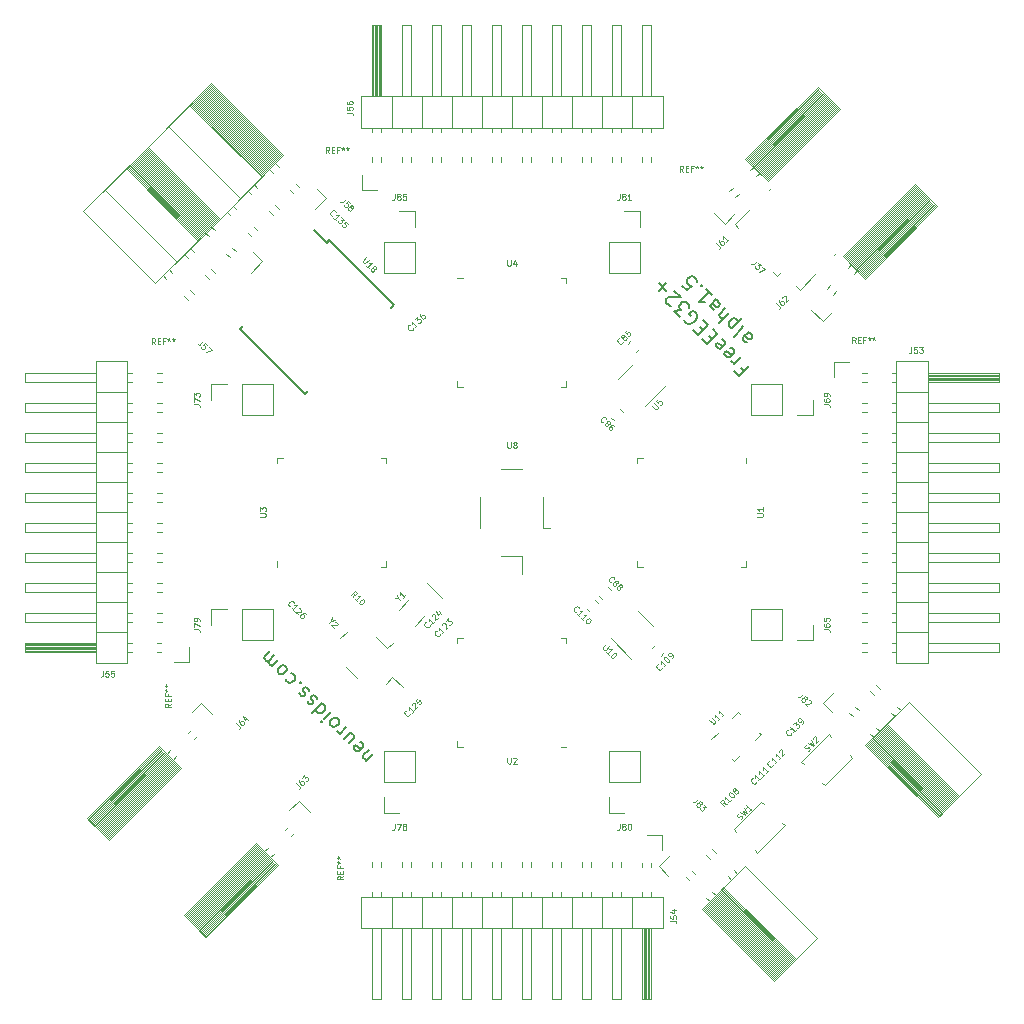
<source format=gbr>
G04 #@! TF.GenerationSoftware,KiCad,Pcbnew,5.0.2-bee76a0~70~ubuntu16.04.1*
G04 #@! TF.CreationDate,2019-08-03T19:39:48+03:00*
G04 #@! TF.ProjectId,FreeEEG32-alpha1.5,46726565-4545-4473-9332-2d616c706861,rev?*
G04 #@! TF.SameCoordinates,Original*
G04 #@! TF.FileFunction,Legend,Top*
G04 #@! TF.FilePolarity,Positive*
%FSLAX46Y46*%
G04 Gerber Fmt 4.6, Leading zero omitted, Abs format (unit mm)*
G04 Created by KiCad (PCBNEW 5.0.2-bee76a0~70~ubuntu16.04.1) date Сб 03 авг 2019 19:39:48*
%MOMM*%
%LPD*%
G01*
G04 APERTURE LIST*
%ADD10C,0.200000*%
%ADD11C,0.120000*%
%ADD12C,0.150000*%
%ADD13C,0.100000*%
%ADD14C,0.075000*%
G04 APERTURE END LIST*
D10*
X137672031Y-121050914D02*
X138237716Y-120485229D01*
X137752843Y-120970102D02*
X137672031Y-120970102D01*
X137550813Y-120929696D01*
X137429594Y-120808477D01*
X137389188Y-120687259D01*
X137429594Y-120566041D01*
X137874062Y-120121574D01*
X137106346Y-119434670D02*
X137227564Y-119475076D01*
X137389188Y-119636700D01*
X137429594Y-119757919D01*
X137389188Y-119879137D01*
X137065940Y-120202386D01*
X136944721Y-120242792D01*
X136823503Y-120202386D01*
X136661878Y-120040761D01*
X136621472Y-119919543D01*
X136661878Y-119798325D01*
X136742691Y-119717513D01*
X137227564Y-120040761D01*
X135813350Y-119192233D02*
X136379036Y-118626548D01*
X136177005Y-119555888D02*
X136621472Y-119111421D01*
X136661878Y-118990203D01*
X136621472Y-118868984D01*
X136500254Y-118747766D01*
X136379036Y-118707360D01*
X136298224Y-118707360D01*
X135974975Y-118222487D02*
X135409289Y-118788172D01*
X135570914Y-118626548D02*
X135449695Y-118666954D01*
X135368883Y-118666954D01*
X135247665Y-118626548D01*
X135166853Y-118545736D01*
X135328477Y-117575989D02*
X135368883Y-117697208D01*
X135368883Y-117778020D01*
X135328477Y-117899238D01*
X135086041Y-118141675D01*
X134964822Y-118182081D01*
X134884010Y-118182081D01*
X134762792Y-118141675D01*
X134641573Y-118020456D01*
X134601167Y-117899238D01*
X134601167Y-117818426D01*
X134641573Y-117697208D01*
X134884010Y-117454771D01*
X135005228Y-117414365D01*
X135086041Y-117414365D01*
X135207259Y-117454771D01*
X135328477Y-117575989D01*
X134681980Y-116929492D02*
X134116294Y-117495177D01*
X133833451Y-117778020D02*
X133914264Y-117778020D01*
X133914264Y-117697208D01*
X133833451Y-117697208D01*
X133833451Y-117778020D01*
X133914264Y-117697208D01*
X133914264Y-116161776D02*
X133065735Y-117010304D01*
X133873857Y-116202182D02*
X133995076Y-116242588D01*
X134156700Y-116404212D01*
X134197106Y-116525431D01*
X134197106Y-116606243D01*
X134156700Y-116727461D01*
X133914264Y-116969898D01*
X133793045Y-117010304D01*
X133712233Y-117010304D01*
X133591015Y-116969898D01*
X133429390Y-116808273D01*
X133388984Y-116687055D01*
X133510203Y-115838527D02*
X133469796Y-115717309D01*
X133308172Y-115555684D01*
X133186954Y-115515278D01*
X133065735Y-115555684D01*
X133025329Y-115596090D01*
X132984923Y-115717309D01*
X133025329Y-115838527D01*
X133146548Y-115959745D01*
X133186954Y-116080963D01*
X133146548Y-116202182D01*
X133106142Y-116242588D01*
X132984923Y-116282994D01*
X132863705Y-116242588D01*
X132742487Y-116121370D01*
X132702081Y-116000151D01*
X132823299Y-115151623D02*
X132782893Y-115030405D01*
X132621268Y-114868780D01*
X132500050Y-114828374D01*
X132378832Y-114868780D01*
X132338426Y-114909186D01*
X132298019Y-115030405D01*
X132338426Y-115151623D01*
X132459644Y-115272841D01*
X132500050Y-115394060D01*
X132459644Y-115515278D01*
X132419238Y-115555684D01*
X132298019Y-115596090D01*
X132176801Y-115555684D01*
X132055583Y-115434466D01*
X132015177Y-115313247D01*
X132055583Y-114464719D02*
X132055583Y-114383907D01*
X132136395Y-114383907D01*
X132136395Y-114464719D01*
X132055583Y-114464719D01*
X132136395Y-114383907D01*
X131328273Y-113656597D02*
X131449491Y-113697003D01*
X131611116Y-113858628D01*
X131651522Y-113979846D01*
X131651522Y-114060658D01*
X131611116Y-114181877D01*
X131368679Y-114424313D01*
X131247461Y-114464719D01*
X131166649Y-114464719D01*
X131045430Y-114424313D01*
X130883806Y-114262689D01*
X130843400Y-114141471D01*
X130883806Y-113131318D02*
X130924212Y-113252536D01*
X130924212Y-113333349D01*
X130883806Y-113454567D01*
X130641369Y-113697003D01*
X130520151Y-113737410D01*
X130439339Y-113737410D01*
X130318121Y-113697003D01*
X130196902Y-113575785D01*
X130156496Y-113454567D01*
X130156496Y-113373755D01*
X130196902Y-113252536D01*
X130439339Y-113010100D01*
X130560557Y-112969694D01*
X130641369Y-112969694D01*
X130762588Y-113010100D01*
X130883806Y-113131318D01*
X130237308Y-112484820D02*
X129671623Y-113050506D01*
X129752435Y-112969694D02*
X129671623Y-112969694D01*
X129550405Y-112929287D01*
X129429186Y-112808069D01*
X129388780Y-112686851D01*
X129429186Y-112565633D01*
X129873653Y-112121165D01*
X129429186Y-112565633D02*
X129307968Y-112606039D01*
X129186750Y-112565633D01*
X129065531Y-112444414D01*
X129025125Y-112323196D01*
X129065531Y-112201978D01*
X129509998Y-111757511D01*
X169370943Y-87784790D02*
X169653786Y-88067633D01*
X170098253Y-87623166D02*
X169249725Y-88471694D01*
X168845664Y-88067633D01*
X169370943Y-86895856D02*
X168805257Y-87461541D01*
X168966882Y-87299917D02*
X168845664Y-87340323D01*
X168764851Y-87340323D01*
X168643633Y-87299917D01*
X168562821Y-87219105D01*
X168482009Y-86087734D02*
X168603227Y-86128140D01*
X168764851Y-86289764D01*
X168805257Y-86410983D01*
X168764851Y-86532201D01*
X168441603Y-86855450D01*
X168320384Y-86895856D01*
X168199166Y-86855450D01*
X168037542Y-86693825D01*
X167997135Y-86572607D01*
X168037542Y-86451389D01*
X168118354Y-86370577D01*
X168603227Y-86693825D01*
X167754699Y-85360424D02*
X167875917Y-85400830D01*
X168037542Y-85562455D01*
X168077948Y-85683673D01*
X168037542Y-85804891D01*
X167714293Y-86128140D01*
X167593074Y-86168546D01*
X167471856Y-86128140D01*
X167310232Y-85966516D01*
X167269826Y-85845297D01*
X167310232Y-85724079D01*
X167391044Y-85643267D01*
X167875917Y-85966516D01*
X166946577Y-85360424D02*
X166663734Y-85077581D01*
X166986983Y-84511896D02*
X167391044Y-84915957D01*
X166542516Y-85764485D01*
X166138455Y-85360424D01*
X166178861Y-84592708D02*
X165896018Y-84309865D01*
X166219267Y-83744180D02*
X166623328Y-84148241D01*
X165774800Y-84996769D01*
X165370739Y-84592708D01*
X164603023Y-83744180D02*
X164643429Y-83865398D01*
X164764647Y-83986617D01*
X164926272Y-84067429D01*
X165087896Y-84067429D01*
X165209114Y-84027023D01*
X165411145Y-83905804D01*
X165532363Y-83784586D01*
X165653582Y-83582556D01*
X165693988Y-83461337D01*
X165693988Y-83299713D01*
X165613175Y-83138088D01*
X165532363Y-83057276D01*
X165370739Y-82976464D01*
X165289927Y-82976464D01*
X165007084Y-83259307D01*
X165168708Y-83420931D01*
X164239368Y-83461337D02*
X163714089Y-82936058D01*
X164320180Y-82895652D01*
X164198962Y-82774434D01*
X164158556Y-82653215D01*
X164158556Y-82572403D01*
X164198962Y-82451185D01*
X164400992Y-82249154D01*
X164522211Y-82208748D01*
X164603023Y-82208748D01*
X164724241Y-82249154D01*
X164966678Y-82491591D01*
X165007084Y-82612809D01*
X165007084Y-82693621D01*
X163471652Y-82531997D02*
X163390840Y-82531997D01*
X163269622Y-82491591D01*
X163067591Y-82289560D01*
X163027185Y-82168342D01*
X163027185Y-82087530D01*
X163067591Y-81966312D01*
X163148403Y-81885499D01*
X163310028Y-81804687D01*
X164279774Y-81804687D01*
X163754495Y-81279408D01*
X163067591Y-81239002D02*
X162421093Y-80592504D01*
X163067591Y-80592504D02*
X162421093Y-81239002D01*
X170037644Y-84734129D02*
X169593177Y-85178596D01*
X169552771Y-85299815D01*
X169593177Y-85421033D01*
X169754801Y-85582657D01*
X169876020Y-85623063D01*
X169997238Y-84774535D02*
X170118456Y-84814941D01*
X170320487Y-85016972D01*
X170360893Y-85138190D01*
X170320487Y-85259408D01*
X170239675Y-85340221D01*
X170118456Y-85380627D01*
X169997238Y-85340221D01*
X169795207Y-85138190D01*
X169673989Y-85097784D01*
X169512365Y-84208850D02*
X169552771Y-84330068D01*
X169512365Y-84451286D01*
X168785055Y-85178596D01*
X168623430Y-84451286D02*
X169471959Y-83602758D01*
X168663837Y-84410880D02*
X168542618Y-84370474D01*
X168380994Y-84208850D01*
X168340588Y-84087631D01*
X168340588Y-84006819D01*
X168380994Y-83885601D01*
X168623430Y-83643164D01*
X168744649Y-83602758D01*
X168825461Y-83602758D01*
X168946679Y-83643164D01*
X169108304Y-83804789D01*
X169148710Y-83926007D01*
X168421400Y-83117885D02*
X167572872Y-83966413D01*
X168057745Y-82754230D02*
X167613278Y-83198697D01*
X167572872Y-83319916D01*
X167613278Y-83441134D01*
X167734496Y-83562352D01*
X167855715Y-83602758D01*
X167936527Y-83602758D01*
X167290029Y-81986514D02*
X166845562Y-82430981D01*
X166805156Y-82552200D01*
X166845562Y-82673418D01*
X167007186Y-82835042D01*
X167128405Y-82875448D01*
X167249623Y-82026920D02*
X167370841Y-82067326D01*
X167572872Y-82269357D01*
X167613278Y-82390575D01*
X167572872Y-82511793D01*
X167492060Y-82592606D01*
X167370841Y-82633012D01*
X167249623Y-82592606D01*
X167047592Y-82390575D01*
X166926374Y-82350169D01*
X166441501Y-81137986D02*
X166926374Y-81622859D01*
X166683938Y-81380423D02*
X165835409Y-82228951D01*
X166037440Y-82188545D01*
X166199064Y-82188545D01*
X166320283Y-82228951D01*
X165997034Y-80855143D02*
X165997034Y-80774331D01*
X166077846Y-80774331D01*
X166077846Y-80855143D01*
X165997034Y-80855143D01*
X166077846Y-80774331D01*
X164421196Y-80814737D02*
X164825257Y-81218798D01*
X165269724Y-80855143D01*
X165188912Y-80855143D01*
X165067693Y-80814737D01*
X164865663Y-80612707D01*
X164825257Y-80491488D01*
X164825257Y-80410676D01*
X164865663Y-80289458D01*
X165067693Y-80087427D01*
X165188912Y-80047021D01*
X165269724Y-80047021D01*
X165390942Y-80087427D01*
X165592973Y-80289458D01*
X165633379Y-80410676D01*
X165633379Y-80491488D01*
D11*
G04 #@! TO.C,J57*
X128080452Y-77995599D02*
X128865341Y-78780488D01*
X128865341Y-78780488D02*
X127924889Y-79720940D01*
X119149693Y-69064840D02*
X113676687Y-74537847D01*
X113676687Y-74537847D02*
X119779018Y-80640178D01*
X125252025Y-75167172D02*
X119779018Y-80640178D01*
X119149693Y-69064840D02*
X125252025Y-75167172D01*
X115515165Y-72699369D02*
X121617496Y-78801701D01*
X117311216Y-70903318D02*
X123413547Y-77005649D01*
X122239750Y-81729123D02*
X122550877Y-82040250D01*
X120464912Y-79954285D02*
X120754826Y-80244199D01*
X122748867Y-81220006D02*
X123059994Y-81531133D01*
X120974029Y-79445168D02*
X121263943Y-79735082D01*
X124035801Y-79933072D02*
X124346928Y-80244199D01*
X122260963Y-78158234D02*
X122550877Y-78448147D01*
X124544918Y-79423955D02*
X124856045Y-79735082D01*
X122770080Y-77649117D02*
X123059994Y-77939030D01*
X125831852Y-78137020D02*
X126100553Y-78405721D01*
X124057014Y-76362182D02*
X124346928Y-76652096D01*
X126340969Y-77627903D02*
X126609670Y-77896604D01*
X124566131Y-75853065D02*
X124856045Y-76142979D01*
X117394725Y-70819809D02*
X123497057Y-76922140D01*
X117478231Y-70736303D02*
X123580562Y-76838634D01*
X117561737Y-70652797D02*
X123664068Y-76755129D01*
X117645242Y-70569291D02*
X123747574Y-76671623D01*
X117728748Y-70485786D02*
X123831080Y-76588117D01*
X117812254Y-70402280D02*
X123914585Y-76504611D01*
X117895760Y-70318774D02*
X123998091Y-76421106D01*
X117979265Y-70235268D02*
X124081597Y-76337600D01*
X118062771Y-70151762D02*
X124165103Y-76254094D01*
X118146277Y-70068257D02*
X124248609Y-76170588D01*
X118229783Y-69984751D02*
X124332114Y-76087082D01*
X118313289Y-69901245D02*
X124415620Y-76003577D01*
X118396794Y-69817739D02*
X124499126Y-75920071D01*
X118480300Y-69734234D02*
X124582632Y-75836565D01*
X118563806Y-69650728D02*
X124666137Y-75753059D01*
X118647312Y-69567222D02*
X124749643Y-75669554D01*
X118730817Y-69483716D02*
X124833149Y-75586048D01*
X118814323Y-69400210D02*
X124916655Y-75502542D01*
X118897829Y-69316705D02*
X125000161Y-75419036D01*
X118981335Y-69233199D02*
X125083666Y-75335530D01*
X119064841Y-69149693D02*
X125167172Y-75252025D01*
G04 #@! TO.C,U8*
X150862911Y-105236647D02*
X150862911Y-103736647D01*
X150862911Y-103736647D02*
X149062911Y-103736647D01*
X149062911Y-96336647D02*
X150862911Y-96336647D01*
X147262911Y-101336647D02*
X147262911Y-98736647D01*
X152662911Y-98736647D02*
X152662911Y-101336647D01*
X152662911Y-101336647D02*
X153262911Y-101336647D01*
G04 #@! TO.C,J82*
X177108497Y-116924401D02*
X176323608Y-116139512D01*
X176323608Y-116139512D02*
X177264060Y-115199060D01*
X186039256Y-125855160D02*
X189716211Y-122178204D01*
X189716211Y-122178204D02*
X183613879Y-116075873D01*
X179936924Y-119752828D02*
X183613879Y-116075873D01*
X186039256Y-125855160D02*
X179936924Y-119752828D01*
X187877733Y-124016682D02*
X181775402Y-117914351D01*
X181153148Y-114986928D02*
X180842021Y-114675801D01*
X182927986Y-116761766D02*
X182638072Y-116471853D01*
X180644031Y-115496045D02*
X180332904Y-115184918D01*
X182418869Y-117270883D02*
X182128955Y-116980970D01*
X179357097Y-116782980D02*
X179088396Y-116514279D01*
X181131935Y-118557818D02*
X180842021Y-118267904D01*
X178847980Y-117292097D02*
X178579279Y-117023396D01*
X180622818Y-119066935D02*
X180332904Y-118777021D01*
X187794224Y-124100191D02*
X181691892Y-117997860D01*
X187710718Y-124183697D02*
X181608387Y-118081366D01*
X187627212Y-124267203D02*
X181524881Y-118164871D01*
X187543707Y-124350709D02*
X181441375Y-118248377D01*
X187460201Y-124434214D02*
X181357869Y-118331883D01*
X187376695Y-124517720D02*
X181274364Y-118415389D01*
X187293189Y-124601226D02*
X181190858Y-118498894D01*
X187209684Y-124684732D02*
X181107352Y-118582400D01*
X187126178Y-124768238D02*
X181023846Y-118665906D01*
X187042672Y-124851743D02*
X180940340Y-118749412D01*
X186959166Y-124935249D02*
X180856835Y-118832918D01*
X186875660Y-125018755D02*
X180773329Y-118916423D01*
X186792155Y-125102261D02*
X180689823Y-118999929D01*
X186708649Y-125185766D02*
X180606317Y-119083435D01*
X186625143Y-125269272D02*
X180522812Y-119166941D01*
X186541637Y-125352778D02*
X180439306Y-119250446D01*
X186458132Y-125436284D02*
X180355800Y-119333952D01*
X186374626Y-125519790D02*
X180272294Y-119417458D01*
X186291120Y-125603295D02*
X180188788Y-119500964D01*
X186207614Y-125686801D02*
X180105283Y-119584470D01*
X186124108Y-125770307D02*
X180021777Y-119667975D01*
G04 #@! TO.C,SW1*
X171343909Y-124725456D02*
X171131777Y-124513324D01*
X171131777Y-124513324D02*
X168798324Y-126846777D01*
X168798324Y-126846777D02*
X169010456Y-127058909D01*
X172899544Y-126281091D02*
X173111676Y-126493223D01*
X173111676Y-126493223D02*
X170778223Y-128826676D01*
X170778223Y-128826676D02*
X170566091Y-128614544D01*
G04 #@! TO.C,J63*
X131170599Y-125203497D02*
X131955488Y-124418608D01*
X131955488Y-124418608D02*
X132895940Y-125359060D01*
X122239840Y-134134256D02*
X124120744Y-136015160D01*
X124120744Y-136015160D02*
X130223076Y-129912828D01*
X128342172Y-128031924D02*
X130223076Y-129912828D01*
X122239840Y-134134256D02*
X128342172Y-128031924D01*
X131312020Y-127452097D02*
X131580721Y-127183396D01*
X129537182Y-129226935D02*
X129827096Y-128937021D01*
X130802903Y-126942980D02*
X131071604Y-126674279D01*
X129028065Y-128717818D02*
X129317979Y-128427904D01*
X124039112Y-135933528D02*
X130141444Y-129831196D01*
X123957473Y-135851889D02*
X130059805Y-129749557D01*
X123875834Y-135770250D02*
X129978166Y-129667918D01*
X123794195Y-135688611D02*
X129896527Y-129586279D01*
X123712556Y-135606972D02*
X129814888Y-129504640D01*
X123630917Y-135525333D02*
X129733249Y-129423001D01*
X123549278Y-135443694D02*
X129651610Y-129341362D01*
X123467639Y-135362055D02*
X129569971Y-129259723D01*
X123386000Y-135280416D02*
X129488332Y-129178084D01*
X123304361Y-135198777D02*
X129406693Y-129096445D01*
X123222722Y-135117138D02*
X129325054Y-129014806D01*
X123141083Y-135035499D02*
X129243415Y-128933167D01*
X123059444Y-134953860D02*
X129161776Y-128851528D01*
X122977805Y-134872221D02*
X129080137Y-128769889D01*
X122896166Y-134790582D02*
X128998498Y-128688250D01*
X122814527Y-134708943D02*
X128916859Y-128606611D01*
X122732888Y-134627304D02*
X128835220Y-128524972D01*
X122651249Y-134545664D02*
X128753581Y-128443333D01*
X122569610Y-134464025D02*
X128671942Y-128361694D01*
X122487971Y-134382386D02*
X128590303Y-128280055D01*
X122406332Y-134300747D02*
X128508664Y-128198416D01*
X122324693Y-134219108D02*
X128427025Y-128116777D01*
G04 #@! TO.C,J64*
X122915599Y-116948497D02*
X123700488Y-116163608D01*
X123700488Y-116163608D02*
X124640940Y-117104060D01*
X113984840Y-125879256D02*
X115865744Y-127760160D01*
X115865744Y-127760160D02*
X121968076Y-121657828D01*
X120087172Y-119776924D02*
X121968076Y-121657828D01*
X113984840Y-125879256D02*
X120087172Y-119776924D01*
X123057020Y-119197097D02*
X123325721Y-118928396D01*
X121282182Y-120971935D02*
X121572096Y-120682021D01*
X122547903Y-118687980D02*
X122816604Y-118419279D01*
X120773065Y-120462818D02*
X121062979Y-120172904D01*
X115784112Y-127678528D02*
X121886444Y-121576196D01*
X115702473Y-127596889D02*
X121804805Y-121494557D01*
X115620834Y-127515250D02*
X121723166Y-121412918D01*
X115539195Y-127433611D02*
X121641527Y-121331279D01*
X115457556Y-127351972D02*
X121559888Y-121249640D01*
X115375917Y-127270333D02*
X121478249Y-121168001D01*
X115294278Y-127188694D02*
X121396610Y-121086362D01*
X115212639Y-127107055D02*
X121314971Y-121004723D01*
X115131000Y-127025416D02*
X121233332Y-120923084D01*
X115049361Y-126943777D02*
X121151693Y-120841445D01*
X114967722Y-126862138D02*
X121070054Y-120759806D01*
X114886083Y-126780499D02*
X120988415Y-120678167D01*
X114804444Y-126698860D02*
X120906776Y-120596528D01*
X114722805Y-126617221D02*
X120825137Y-120514889D01*
X114641166Y-126535582D02*
X120743498Y-120433250D01*
X114559527Y-126453943D02*
X120661859Y-120351611D01*
X114477888Y-126372304D02*
X120580220Y-120269972D01*
X114396249Y-126290664D02*
X120498581Y-120188333D01*
X114314610Y-126209025D02*
X120416942Y-120106694D01*
X114232971Y-126127386D02*
X120335303Y-120025055D01*
X114151332Y-126045747D02*
X120253664Y-119943416D01*
X114069693Y-125964108D02*
X120172025Y-119861777D01*
G04 #@! TO.C,J62*
X185930307Y-74035892D02*
X179827975Y-80138223D01*
X185848668Y-73954253D02*
X179746336Y-80056584D01*
X185767029Y-73872614D02*
X179664697Y-79974945D01*
X185685390Y-73790975D02*
X179583058Y-79893306D01*
X185603751Y-73709336D02*
X179501419Y-79811667D01*
X185522112Y-73627696D02*
X179419780Y-79730028D01*
X185440473Y-73546057D02*
X179338141Y-79648389D01*
X185358834Y-73464418D02*
X179256502Y-79566750D01*
X185277195Y-73382779D02*
X179174863Y-79485111D01*
X185195556Y-73301140D02*
X179093224Y-79403472D01*
X185113917Y-73219501D02*
X179011585Y-79321833D01*
X185032278Y-73137862D02*
X178929946Y-79240194D01*
X184950639Y-73056223D02*
X178848307Y-79158555D01*
X184869000Y-72974584D02*
X178766668Y-79076916D01*
X184787361Y-72892945D02*
X178685029Y-78995277D01*
X184705722Y-72811306D02*
X178603390Y-78913638D01*
X184624083Y-72729667D02*
X178521751Y-78831999D01*
X184542444Y-72648028D02*
X178440112Y-78750360D01*
X184460805Y-72566389D02*
X178358473Y-78668721D01*
X184379166Y-72484750D02*
X178276834Y-78587082D01*
X184297527Y-72403111D02*
X178195195Y-78505443D01*
X184215888Y-72321472D02*
X178113556Y-78423804D01*
X179226935Y-79537182D02*
X178937021Y-79827096D01*
X177452097Y-81312020D02*
X177183396Y-81580721D01*
X178717818Y-79028065D02*
X178427904Y-79317979D01*
X176942980Y-80802903D02*
X176674279Y-81071604D01*
X186015160Y-74120744D02*
X179912828Y-80223076D01*
X179912828Y-80223076D02*
X178031924Y-78342172D01*
X184134256Y-72239840D02*
X178031924Y-78342172D01*
X186015160Y-74120744D02*
X184134256Y-72239840D01*
X176299512Y-83836392D02*
X175359060Y-82895940D01*
X177084401Y-83051503D02*
X176299512Y-83836392D01*
G04 #@! TO.C,J61*
X168829401Y-74796503D02*
X168044512Y-75581392D01*
X168044512Y-75581392D02*
X167104060Y-74640940D01*
X177760160Y-65865744D02*
X175879256Y-63984840D01*
X175879256Y-63984840D02*
X169776924Y-70087172D01*
X171657828Y-71968076D02*
X169776924Y-70087172D01*
X177760160Y-65865744D02*
X171657828Y-71968076D01*
X168687980Y-72547903D02*
X168419279Y-72816604D01*
X170462818Y-70773065D02*
X170172904Y-71062979D01*
X169197097Y-73057020D02*
X168928396Y-73325721D01*
X170971935Y-71282182D02*
X170682021Y-71572096D01*
X175960888Y-64066472D02*
X169858556Y-70168804D01*
X176042527Y-64148111D02*
X169940195Y-70250443D01*
X176124166Y-64229750D02*
X170021834Y-70332082D01*
X176205805Y-64311389D02*
X170103473Y-70413721D01*
X176287444Y-64393028D02*
X170185112Y-70495360D01*
X176369083Y-64474667D02*
X170266751Y-70576999D01*
X176450722Y-64556306D02*
X170348390Y-70658638D01*
X176532361Y-64637945D02*
X170430029Y-70740277D01*
X176614000Y-64719584D02*
X170511668Y-70821916D01*
X176695639Y-64801223D02*
X170593307Y-70903555D01*
X176777278Y-64882862D02*
X170674946Y-70985194D01*
X176858917Y-64964501D02*
X170756585Y-71066833D01*
X176940556Y-65046140D02*
X170838224Y-71148472D01*
X177022195Y-65127779D02*
X170919863Y-71230111D01*
X177103834Y-65209418D02*
X171001502Y-71311750D01*
X177185473Y-65291057D02*
X171083141Y-71393389D01*
X177267112Y-65372696D02*
X171164780Y-71475028D01*
X177348751Y-65454336D02*
X171246419Y-71556667D01*
X177430390Y-65535975D02*
X171328058Y-71638306D01*
X177512029Y-65617614D02*
X171409697Y-71719945D01*
X177593668Y-65699253D02*
X171491336Y-71801584D01*
X177675307Y-65780892D02*
X171572975Y-71883223D01*
G04 #@! TO.C,J58*
X133468606Y-72607446D02*
X134253495Y-73392335D01*
X134253495Y-73392335D02*
X133313043Y-74332787D01*
X124537847Y-63676687D02*
X119064841Y-69149694D01*
X119064841Y-69149694D02*
X125167172Y-75252025D01*
X130640179Y-69779019D02*
X125167172Y-75252025D01*
X124537847Y-63676687D02*
X130640179Y-69779019D01*
X120903319Y-67311216D02*
X127005650Y-73413548D01*
X122699370Y-65515165D02*
X128801701Y-71617496D01*
X127627904Y-76340970D02*
X127939031Y-76652097D01*
X125853066Y-74566132D02*
X126142980Y-74856046D01*
X128137021Y-75831853D02*
X128448148Y-76142980D01*
X126362183Y-74057015D02*
X126652097Y-74346929D01*
X129423955Y-74544919D02*
X129735082Y-74856046D01*
X127649117Y-72770081D02*
X127939031Y-73059994D01*
X129933072Y-74035802D02*
X130244199Y-74346929D01*
X128158234Y-72260964D02*
X128448148Y-72550877D01*
X131220006Y-72748867D02*
X131488707Y-73017568D01*
X129445168Y-70974029D02*
X129735082Y-71263943D01*
X131729123Y-72239750D02*
X131997824Y-72508451D01*
X129954285Y-70464912D02*
X130244199Y-70754826D01*
X122782879Y-65431656D02*
X128885211Y-71533987D01*
X122866385Y-65348150D02*
X128968716Y-71450481D01*
X122949891Y-65264644D02*
X129052222Y-71366976D01*
X123033396Y-65181138D02*
X129135728Y-71283470D01*
X123116902Y-65097633D02*
X129219234Y-71199964D01*
X123200408Y-65014127D02*
X129302739Y-71116458D01*
X123283914Y-64930621D02*
X129386245Y-71032953D01*
X123367419Y-64847115D02*
X129469751Y-70949447D01*
X123450925Y-64763609D02*
X129553257Y-70865941D01*
X123534431Y-64680104D02*
X129636763Y-70782435D01*
X123617937Y-64596598D02*
X129720268Y-70698929D01*
X123701443Y-64513092D02*
X129803774Y-70615424D01*
X123784948Y-64429586D02*
X129887280Y-70531918D01*
X123868454Y-64346081D02*
X129970786Y-70448412D01*
X123951960Y-64262575D02*
X130054291Y-70364906D01*
X124035466Y-64179069D02*
X130137797Y-70281401D01*
X124118971Y-64095563D02*
X130221303Y-70197895D01*
X124202477Y-64012057D02*
X130304809Y-70114389D01*
X124285983Y-63928552D02*
X130388315Y-70030883D01*
X124369489Y-63845046D02*
X130471820Y-69947377D01*
X124452995Y-63761540D02*
X130555326Y-69863872D01*
G04 #@! TO.C,Y1*
X144055935Y-107267657D02*
X142783143Y-105994865D01*
X141227508Y-107479789D02*
X140449691Y-108257606D01*
X142571011Y-108823292D02*
X141793194Y-109601109D01*
G04 #@! TO.C,J37*
X172426897Y-79996010D02*
X172745095Y-79677812D01*
X172426897Y-79996010D02*
X172108699Y-79677812D01*
X168856008Y-75647303D02*
X169174206Y-75965501D01*
X170164155Y-74339156D02*
X168856008Y-75647303D01*
X177482711Y-78051466D02*
X177305934Y-78228243D01*
X171967278Y-72536033D02*
X171790501Y-72712810D01*
X175679588Y-79854589D02*
X174371441Y-81162736D01*
X174371441Y-81162736D02*
X174053243Y-80844538D01*
G04 #@! TO.C,U1*
X169850000Y-95865000D02*
X169850000Y-95390000D01*
X160630000Y-104610000D02*
X161105000Y-104610000D01*
X160630000Y-104135000D02*
X160630000Y-104610000D01*
X160630000Y-95390000D02*
X161105000Y-95390000D01*
X160630000Y-95865000D02*
X160630000Y-95390000D01*
X169850000Y-104610000D02*
X169375000Y-104610000D01*
X169850000Y-104135000D02*
X169850000Y-104610000D01*
D12*
G04 #@! TO.C,U18*
X134515305Y-76984618D02*
X134320850Y-77179072D01*
X139995382Y-82464695D02*
X139744359Y-82715718D01*
X132464695Y-89995382D02*
X132715718Y-89744359D01*
X126984618Y-84515305D02*
X127235641Y-84264282D01*
X134515305Y-76984618D02*
X139995382Y-82464695D01*
X126984618Y-84515305D02*
X132464695Y-89995382D01*
X134320850Y-77179072D02*
X133242513Y-76100734D01*
D11*
G04 #@! TO.C,U2*
X154135000Y-119850000D02*
X154610000Y-119850000D01*
X145390000Y-110630000D02*
X145390000Y-111105000D01*
X145865000Y-110630000D02*
X145390000Y-110630000D01*
X154610000Y-110630000D02*
X154610000Y-111105000D01*
X154135000Y-110630000D02*
X154610000Y-110630000D01*
X145390000Y-119850000D02*
X145390000Y-119375000D01*
X145865000Y-119850000D02*
X145390000Y-119850000D01*
G04 #@! TO.C,U3*
X130150000Y-104135000D02*
X130150000Y-104610000D01*
X139370000Y-95390000D02*
X138895000Y-95390000D01*
X139370000Y-95865000D02*
X139370000Y-95390000D01*
X139370000Y-104610000D02*
X138895000Y-104610000D01*
X139370000Y-104135000D02*
X139370000Y-104610000D01*
X130150000Y-95390000D02*
X130625000Y-95390000D01*
X130150000Y-95865000D02*
X130150000Y-95390000D01*
G04 #@! TO.C,U4*
X145865000Y-80150000D02*
X145390000Y-80150000D01*
X154610000Y-89370000D02*
X154610000Y-88895000D01*
X154135000Y-89370000D02*
X154610000Y-89370000D01*
X145390000Y-89370000D02*
X145390000Y-88895000D01*
X145865000Y-89370000D02*
X145390000Y-89370000D01*
X154610000Y-80150000D02*
X154610000Y-80625000D01*
X154135000Y-80150000D02*
X154610000Y-80150000D01*
G04 #@! TO.C,Y2*
X140756914Y-114829229D02*
X139873031Y-113945346D01*
X139873031Y-113945346D02*
X139307346Y-114511031D01*
X135488969Y-110692654D02*
X136054654Y-110126969D01*
X136903183Y-114086767D02*
X135913233Y-113096817D01*
X138458817Y-110551233D02*
X139448767Y-111541183D01*
X139448767Y-111541183D02*
X139908386Y-111081563D01*
G04 #@! TO.C,C86*
X159365727Y-91513450D02*
X159135522Y-91283245D01*
X158644478Y-92234699D02*
X158414273Y-92004494D01*
G04 #@! TO.C,C85*
X159811273Y-85733678D02*
X160041478Y-85503473D01*
X160532522Y-86454927D02*
X160762727Y-86224722D01*
G04 #@! TO.C,U5*
X160292954Y-87444134D02*
X159020162Y-88716926D01*
X161297046Y-90993810D02*
X163029457Y-89261398D01*
G04 #@! TO.C,C109*
X162820127Y-111954922D02*
X162589922Y-112185127D01*
X162098878Y-111233673D02*
X161868673Y-111463878D01*
G04 #@! TO.C,C110*
X157282927Y-107679278D02*
X157052722Y-107449073D01*
X156561678Y-108400527D02*
X156331473Y-108170322D01*
G04 #@! TO.C,U10*
X161934838Y-109657954D02*
X160662046Y-108385162D01*
X158385162Y-110662046D02*
X160117574Y-112394457D01*
G04 #@! TO.C,C88*
X157628478Y-107333727D02*
X157398273Y-107103522D01*
X158349727Y-106612478D02*
X158119522Y-106382273D01*
D13*
G04 #@! TO.C,U11*
X166838800Y-119250425D02*
X167418628Y-118670598D01*
X168818699Y-121088903D02*
X169327816Y-120579786D01*
X168818699Y-121088903D02*
X168663136Y-120933340D01*
X170925878Y-118670598D02*
X171081441Y-118826161D01*
X171081441Y-118826161D02*
X170572324Y-119335278D01*
X168663136Y-117426090D02*
X169172253Y-116916973D01*
X169172253Y-116916973D02*
X169327816Y-117072536D01*
D11*
G04 #@! TO.C,J53*
X182555000Y-87240000D02*
X182555000Y-112760000D01*
X182555000Y-112760000D02*
X185215000Y-112760000D01*
X185215000Y-112760000D02*
X185215000Y-87240000D01*
X185215000Y-87240000D02*
X182555000Y-87240000D01*
X185215000Y-88190000D02*
X191215000Y-88190000D01*
X191215000Y-88190000D02*
X191215000Y-88950000D01*
X191215000Y-88950000D02*
X185215000Y-88950000D01*
X185215000Y-88250000D02*
X191215000Y-88250000D01*
X185215000Y-88370000D02*
X191215000Y-88370000D01*
X185215000Y-88490000D02*
X191215000Y-88490000D01*
X185215000Y-88610000D02*
X191215000Y-88610000D01*
X185215000Y-88730000D02*
X191215000Y-88730000D01*
X185215000Y-88850000D02*
X191215000Y-88850000D01*
X182157929Y-88190000D02*
X182555000Y-88190000D01*
X182157929Y-88950000D02*
X182555000Y-88950000D01*
X179685000Y-88190000D02*
X180072071Y-88190000D01*
X179685000Y-88950000D02*
X180072071Y-88950000D01*
X182555000Y-89840000D02*
X185215000Y-89840000D01*
X185215000Y-90730000D02*
X191215000Y-90730000D01*
X191215000Y-90730000D02*
X191215000Y-91490000D01*
X191215000Y-91490000D02*
X185215000Y-91490000D01*
X182157929Y-90730000D02*
X182555000Y-90730000D01*
X182157929Y-91490000D02*
X182555000Y-91490000D01*
X179617929Y-90730000D02*
X180072071Y-90730000D01*
X179617929Y-91490000D02*
X180072071Y-91490000D01*
X182555000Y-92380000D02*
X185215000Y-92380000D01*
X185215000Y-93270000D02*
X191215000Y-93270000D01*
X191215000Y-93270000D02*
X191215000Y-94030000D01*
X191215000Y-94030000D02*
X185215000Y-94030000D01*
X182157929Y-93270000D02*
X182555000Y-93270000D01*
X182157929Y-94030000D02*
X182555000Y-94030000D01*
X179617929Y-93270000D02*
X180072071Y-93270000D01*
X179617929Y-94030000D02*
X180072071Y-94030000D01*
X182555000Y-94920000D02*
X185215000Y-94920000D01*
X185215000Y-95810000D02*
X191215000Y-95810000D01*
X191215000Y-95810000D02*
X191215000Y-96570000D01*
X191215000Y-96570000D02*
X185215000Y-96570000D01*
X182157929Y-95810000D02*
X182555000Y-95810000D01*
X182157929Y-96570000D02*
X182555000Y-96570000D01*
X179617929Y-95810000D02*
X180072071Y-95810000D01*
X179617929Y-96570000D02*
X180072071Y-96570000D01*
X182555000Y-97460000D02*
X185215000Y-97460000D01*
X185215000Y-98350000D02*
X191215000Y-98350000D01*
X191215000Y-98350000D02*
X191215000Y-99110000D01*
X191215000Y-99110000D02*
X185215000Y-99110000D01*
X182157929Y-98350000D02*
X182555000Y-98350000D01*
X182157929Y-99110000D02*
X182555000Y-99110000D01*
X179617929Y-98350000D02*
X180072071Y-98350000D01*
X179617929Y-99110000D02*
X180072071Y-99110000D01*
X182555000Y-100000000D02*
X185215000Y-100000000D01*
X185215000Y-100890000D02*
X191215000Y-100890000D01*
X191215000Y-100890000D02*
X191215000Y-101650000D01*
X191215000Y-101650000D02*
X185215000Y-101650000D01*
X182157929Y-100890000D02*
X182555000Y-100890000D01*
X182157929Y-101650000D02*
X182555000Y-101650000D01*
X179617929Y-100890000D02*
X180072071Y-100890000D01*
X179617929Y-101650000D02*
X180072071Y-101650000D01*
X182555000Y-102540000D02*
X185215000Y-102540000D01*
X185215000Y-103430000D02*
X191215000Y-103430000D01*
X191215000Y-103430000D02*
X191215000Y-104190000D01*
X191215000Y-104190000D02*
X185215000Y-104190000D01*
X182157929Y-103430000D02*
X182555000Y-103430000D01*
X182157929Y-104190000D02*
X182555000Y-104190000D01*
X179617929Y-103430000D02*
X180072071Y-103430000D01*
X179617929Y-104190000D02*
X180072071Y-104190000D01*
X182555000Y-105080000D02*
X185215000Y-105080000D01*
X185215000Y-105970000D02*
X191215000Y-105970000D01*
X191215000Y-105970000D02*
X191215000Y-106730000D01*
X191215000Y-106730000D02*
X185215000Y-106730000D01*
X182157929Y-105970000D02*
X182555000Y-105970000D01*
X182157929Y-106730000D02*
X182555000Y-106730000D01*
X179617929Y-105970000D02*
X180072071Y-105970000D01*
X179617929Y-106730000D02*
X180072071Y-106730000D01*
X182555000Y-107620000D02*
X185215000Y-107620000D01*
X185215000Y-108510000D02*
X191215000Y-108510000D01*
X191215000Y-108510000D02*
X191215000Y-109270000D01*
X191215000Y-109270000D02*
X185215000Y-109270000D01*
X182157929Y-108510000D02*
X182555000Y-108510000D01*
X182157929Y-109270000D02*
X182555000Y-109270000D01*
X179617929Y-108510000D02*
X180072071Y-108510000D01*
X179617929Y-109270000D02*
X180072071Y-109270000D01*
X182555000Y-110160000D02*
X185215000Y-110160000D01*
X185215000Y-111050000D02*
X191215000Y-111050000D01*
X191215000Y-111050000D02*
X191215000Y-111810000D01*
X191215000Y-111810000D02*
X185215000Y-111810000D01*
X182157929Y-111050000D02*
X182555000Y-111050000D01*
X182157929Y-111810000D02*
X182555000Y-111810000D01*
X179617929Y-111050000D02*
X180072071Y-111050000D01*
X179617929Y-111810000D02*
X180072071Y-111810000D01*
X177305000Y-88570000D02*
X177305000Y-87300000D01*
X177305000Y-87300000D02*
X178575000Y-87300000D01*
G04 #@! TO.C,J54*
X162700000Y-127305000D02*
X162700000Y-128575000D01*
X161430000Y-127305000D02*
X162700000Y-127305000D01*
X138190000Y-129617929D02*
X138190000Y-130072071D01*
X138950000Y-129617929D02*
X138950000Y-130072071D01*
X138190000Y-132157929D02*
X138190000Y-132555000D01*
X138950000Y-132157929D02*
X138950000Y-132555000D01*
X138190000Y-141215000D02*
X138190000Y-135215000D01*
X138950000Y-141215000D02*
X138190000Y-141215000D01*
X138950000Y-135215000D02*
X138950000Y-141215000D01*
X139840000Y-132555000D02*
X139840000Y-135215000D01*
X140730000Y-129617929D02*
X140730000Y-130072071D01*
X141490000Y-129617929D02*
X141490000Y-130072071D01*
X140730000Y-132157929D02*
X140730000Y-132555000D01*
X141490000Y-132157929D02*
X141490000Y-132555000D01*
X140730000Y-141215000D02*
X140730000Y-135215000D01*
X141490000Y-141215000D02*
X140730000Y-141215000D01*
X141490000Y-135215000D02*
X141490000Y-141215000D01*
X142380000Y-132555000D02*
X142380000Y-135215000D01*
X143270000Y-129617929D02*
X143270000Y-130072071D01*
X144030000Y-129617929D02*
X144030000Y-130072071D01*
X143270000Y-132157929D02*
X143270000Y-132555000D01*
X144030000Y-132157929D02*
X144030000Y-132555000D01*
X143270000Y-141215000D02*
X143270000Y-135215000D01*
X144030000Y-141215000D02*
X143270000Y-141215000D01*
X144030000Y-135215000D02*
X144030000Y-141215000D01*
X144920000Y-132555000D02*
X144920000Y-135215000D01*
X145810000Y-129617929D02*
X145810000Y-130072071D01*
X146570000Y-129617929D02*
X146570000Y-130072071D01*
X145810000Y-132157929D02*
X145810000Y-132555000D01*
X146570000Y-132157929D02*
X146570000Y-132555000D01*
X145810000Y-141215000D02*
X145810000Y-135215000D01*
X146570000Y-141215000D02*
X145810000Y-141215000D01*
X146570000Y-135215000D02*
X146570000Y-141215000D01*
X147460000Y-132555000D02*
X147460000Y-135215000D01*
X148350000Y-129617929D02*
X148350000Y-130072071D01*
X149110000Y-129617929D02*
X149110000Y-130072071D01*
X148350000Y-132157929D02*
X148350000Y-132555000D01*
X149110000Y-132157929D02*
X149110000Y-132555000D01*
X148350000Y-141215000D02*
X148350000Y-135215000D01*
X149110000Y-141215000D02*
X148350000Y-141215000D01*
X149110000Y-135215000D02*
X149110000Y-141215000D01*
X150000000Y-132555000D02*
X150000000Y-135215000D01*
X150890000Y-129617929D02*
X150890000Y-130072071D01*
X151650000Y-129617929D02*
X151650000Y-130072071D01*
X150890000Y-132157929D02*
X150890000Y-132555000D01*
X151650000Y-132157929D02*
X151650000Y-132555000D01*
X150890000Y-141215000D02*
X150890000Y-135215000D01*
X151650000Y-141215000D02*
X150890000Y-141215000D01*
X151650000Y-135215000D02*
X151650000Y-141215000D01*
X152540000Y-132555000D02*
X152540000Y-135215000D01*
X153430000Y-129617929D02*
X153430000Y-130072071D01*
X154190000Y-129617929D02*
X154190000Y-130072071D01*
X153430000Y-132157929D02*
X153430000Y-132555000D01*
X154190000Y-132157929D02*
X154190000Y-132555000D01*
X153430000Y-141215000D02*
X153430000Y-135215000D01*
X154190000Y-141215000D02*
X153430000Y-141215000D01*
X154190000Y-135215000D02*
X154190000Y-141215000D01*
X155080000Y-132555000D02*
X155080000Y-135215000D01*
X155970000Y-129617929D02*
X155970000Y-130072071D01*
X156730000Y-129617929D02*
X156730000Y-130072071D01*
X155970000Y-132157929D02*
X155970000Y-132555000D01*
X156730000Y-132157929D02*
X156730000Y-132555000D01*
X155970000Y-141215000D02*
X155970000Y-135215000D01*
X156730000Y-141215000D02*
X155970000Y-141215000D01*
X156730000Y-135215000D02*
X156730000Y-141215000D01*
X157620000Y-132555000D02*
X157620000Y-135215000D01*
X158510000Y-129617929D02*
X158510000Y-130072071D01*
X159270000Y-129617929D02*
X159270000Y-130072071D01*
X158510000Y-132157929D02*
X158510000Y-132555000D01*
X159270000Y-132157929D02*
X159270000Y-132555000D01*
X158510000Y-141215000D02*
X158510000Y-135215000D01*
X159270000Y-141215000D02*
X158510000Y-141215000D01*
X159270000Y-135215000D02*
X159270000Y-141215000D01*
X160160000Y-132555000D02*
X160160000Y-135215000D01*
X161050000Y-129685000D02*
X161050000Y-130072071D01*
X161810000Y-129685000D02*
X161810000Y-130072071D01*
X161050000Y-132157929D02*
X161050000Y-132555000D01*
X161810000Y-132157929D02*
X161810000Y-132555000D01*
X161150000Y-135215000D02*
X161150000Y-141215000D01*
X161270000Y-135215000D02*
X161270000Y-141215000D01*
X161390000Y-135215000D02*
X161390000Y-141215000D01*
X161510000Y-135215000D02*
X161510000Y-141215000D01*
X161630000Y-135215000D02*
X161630000Y-141215000D01*
X161750000Y-135215000D02*
X161750000Y-141215000D01*
X161050000Y-141215000D02*
X161050000Y-135215000D01*
X161810000Y-141215000D02*
X161050000Y-141215000D01*
X161810000Y-135215000D02*
X161810000Y-141215000D01*
X162760000Y-135215000D02*
X162760000Y-132555000D01*
X137240000Y-135215000D02*
X162760000Y-135215000D01*
X137240000Y-132555000D02*
X137240000Y-135215000D01*
X162760000Y-132555000D02*
X137240000Y-132555000D01*
G04 #@! TO.C,J55*
X117445000Y-112760000D02*
X117445000Y-87240000D01*
X117445000Y-87240000D02*
X114785000Y-87240000D01*
X114785000Y-87240000D02*
X114785000Y-112760000D01*
X114785000Y-112760000D02*
X117445000Y-112760000D01*
X114785000Y-111810000D02*
X108785000Y-111810000D01*
X108785000Y-111810000D02*
X108785000Y-111050000D01*
X108785000Y-111050000D02*
X114785000Y-111050000D01*
X114785000Y-111750000D02*
X108785000Y-111750000D01*
X114785000Y-111630000D02*
X108785000Y-111630000D01*
X114785000Y-111510000D02*
X108785000Y-111510000D01*
X114785000Y-111390000D02*
X108785000Y-111390000D01*
X114785000Y-111270000D02*
X108785000Y-111270000D01*
X114785000Y-111150000D02*
X108785000Y-111150000D01*
X117842071Y-111810000D02*
X117445000Y-111810000D01*
X117842071Y-111050000D02*
X117445000Y-111050000D01*
X120315000Y-111810000D02*
X119927929Y-111810000D01*
X120315000Y-111050000D02*
X119927929Y-111050000D01*
X117445000Y-110160000D02*
X114785000Y-110160000D01*
X114785000Y-109270000D02*
X108785000Y-109270000D01*
X108785000Y-109270000D02*
X108785000Y-108510000D01*
X108785000Y-108510000D02*
X114785000Y-108510000D01*
X117842071Y-109270000D02*
X117445000Y-109270000D01*
X117842071Y-108510000D02*
X117445000Y-108510000D01*
X120382071Y-109270000D02*
X119927929Y-109270000D01*
X120382071Y-108510000D02*
X119927929Y-108510000D01*
X117445000Y-107620000D02*
X114785000Y-107620000D01*
X114785000Y-106730000D02*
X108785000Y-106730000D01*
X108785000Y-106730000D02*
X108785000Y-105970000D01*
X108785000Y-105970000D02*
X114785000Y-105970000D01*
X117842071Y-106730000D02*
X117445000Y-106730000D01*
X117842071Y-105970000D02*
X117445000Y-105970000D01*
X120382071Y-106730000D02*
X119927929Y-106730000D01*
X120382071Y-105970000D02*
X119927929Y-105970000D01*
X117445000Y-105080000D02*
X114785000Y-105080000D01*
X114785000Y-104190000D02*
X108785000Y-104190000D01*
X108785000Y-104190000D02*
X108785000Y-103430000D01*
X108785000Y-103430000D02*
X114785000Y-103430000D01*
X117842071Y-104190000D02*
X117445000Y-104190000D01*
X117842071Y-103430000D02*
X117445000Y-103430000D01*
X120382071Y-104190000D02*
X119927929Y-104190000D01*
X120382071Y-103430000D02*
X119927929Y-103430000D01*
X117445000Y-102540000D02*
X114785000Y-102540000D01*
X114785000Y-101650000D02*
X108785000Y-101650000D01*
X108785000Y-101650000D02*
X108785000Y-100890000D01*
X108785000Y-100890000D02*
X114785000Y-100890000D01*
X117842071Y-101650000D02*
X117445000Y-101650000D01*
X117842071Y-100890000D02*
X117445000Y-100890000D01*
X120382071Y-101650000D02*
X119927929Y-101650000D01*
X120382071Y-100890000D02*
X119927929Y-100890000D01*
X117445000Y-100000000D02*
X114785000Y-100000000D01*
X114785000Y-99110000D02*
X108785000Y-99110000D01*
X108785000Y-99110000D02*
X108785000Y-98350000D01*
X108785000Y-98350000D02*
X114785000Y-98350000D01*
X117842071Y-99110000D02*
X117445000Y-99110000D01*
X117842071Y-98350000D02*
X117445000Y-98350000D01*
X120382071Y-99110000D02*
X119927929Y-99110000D01*
X120382071Y-98350000D02*
X119927929Y-98350000D01*
X117445000Y-97460000D02*
X114785000Y-97460000D01*
X114785000Y-96570000D02*
X108785000Y-96570000D01*
X108785000Y-96570000D02*
X108785000Y-95810000D01*
X108785000Y-95810000D02*
X114785000Y-95810000D01*
X117842071Y-96570000D02*
X117445000Y-96570000D01*
X117842071Y-95810000D02*
X117445000Y-95810000D01*
X120382071Y-96570000D02*
X119927929Y-96570000D01*
X120382071Y-95810000D02*
X119927929Y-95810000D01*
X117445000Y-94920000D02*
X114785000Y-94920000D01*
X114785000Y-94030000D02*
X108785000Y-94030000D01*
X108785000Y-94030000D02*
X108785000Y-93270000D01*
X108785000Y-93270000D02*
X114785000Y-93270000D01*
X117842071Y-94030000D02*
X117445000Y-94030000D01*
X117842071Y-93270000D02*
X117445000Y-93270000D01*
X120382071Y-94030000D02*
X119927929Y-94030000D01*
X120382071Y-93270000D02*
X119927929Y-93270000D01*
X117445000Y-92380000D02*
X114785000Y-92380000D01*
X114785000Y-91490000D02*
X108785000Y-91490000D01*
X108785000Y-91490000D02*
X108785000Y-90730000D01*
X108785000Y-90730000D02*
X114785000Y-90730000D01*
X117842071Y-91490000D02*
X117445000Y-91490000D01*
X117842071Y-90730000D02*
X117445000Y-90730000D01*
X120382071Y-91490000D02*
X119927929Y-91490000D01*
X120382071Y-90730000D02*
X119927929Y-90730000D01*
X117445000Y-89840000D02*
X114785000Y-89840000D01*
X114785000Y-88950000D02*
X108785000Y-88950000D01*
X108785000Y-88950000D02*
X108785000Y-88190000D01*
X108785000Y-88190000D02*
X114785000Y-88190000D01*
X117842071Y-88950000D02*
X117445000Y-88950000D01*
X117842071Y-88190000D02*
X117445000Y-88190000D01*
X120382071Y-88950000D02*
X119927929Y-88950000D01*
X120382071Y-88190000D02*
X119927929Y-88190000D01*
X122695000Y-111430000D02*
X122695000Y-112700000D01*
X122695000Y-112700000D02*
X121425000Y-112700000D01*
G04 #@! TO.C,J56*
X137300000Y-72695000D02*
X137300000Y-71425000D01*
X138570000Y-72695000D02*
X137300000Y-72695000D01*
X161810000Y-70382071D02*
X161810000Y-69927929D01*
X161050000Y-70382071D02*
X161050000Y-69927929D01*
X161810000Y-67842071D02*
X161810000Y-67445000D01*
X161050000Y-67842071D02*
X161050000Y-67445000D01*
X161810000Y-58785000D02*
X161810000Y-64785000D01*
X161050000Y-58785000D02*
X161810000Y-58785000D01*
X161050000Y-64785000D02*
X161050000Y-58785000D01*
X160160000Y-67445000D02*
X160160000Y-64785000D01*
X159270000Y-70382071D02*
X159270000Y-69927929D01*
X158510000Y-70382071D02*
X158510000Y-69927929D01*
X159270000Y-67842071D02*
X159270000Y-67445000D01*
X158510000Y-67842071D02*
X158510000Y-67445000D01*
X159270000Y-58785000D02*
X159270000Y-64785000D01*
X158510000Y-58785000D02*
X159270000Y-58785000D01*
X158510000Y-64785000D02*
X158510000Y-58785000D01*
X157620000Y-67445000D02*
X157620000Y-64785000D01*
X156730000Y-70382071D02*
X156730000Y-69927929D01*
X155970000Y-70382071D02*
X155970000Y-69927929D01*
X156730000Y-67842071D02*
X156730000Y-67445000D01*
X155970000Y-67842071D02*
X155970000Y-67445000D01*
X156730000Y-58785000D02*
X156730000Y-64785000D01*
X155970000Y-58785000D02*
X156730000Y-58785000D01*
X155970000Y-64785000D02*
X155970000Y-58785000D01*
X155080000Y-67445000D02*
X155080000Y-64785000D01*
X154190000Y-70382071D02*
X154190000Y-69927929D01*
X153430000Y-70382071D02*
X153430000Y-69927929D01*
X154190000Y-67842071D02*
X154190000Y-67445000D01*
X153430000Y-67842071D02*
X153430000Y-67445000D01*
X154190000Y-58785000D02*
X154190000Y-64785000D01*
X153430000Y-58785000D02*
X154190000Y-58785000D01*
X153430000Y-64785000D02*
X153430000Y-58785000D01*
X152540000Y-67445000D02*
X152540000Y-64785000D01*
X151650000Y-70382071D02*
X151650000Y-69927929D01*
X150890000Y-70382071D02*
X150890000Y-69927929D01*
X151650000Y-67842071D02*
X151650000Y-67445000D01*
X150890000Y-67842071D02*
X150890000Y-67445000D01*
X151650000Y-58785000D02*
X151650000Y-64785000D01*
X150890000Y-58785000D02*
X151650000Y-58785000D01*
X150890000Y-64785000D02*
X150890000Y-58785000D01*
X150000000Y-67445000D02*
X150000000Y-64785000D01*
X149110000Y-70382071D02*
X149110000Y-69927929D01*
X148350000Y-70382071D02*
X148350000Y-69927929D01*
X149110000Y-67842071D02*
X149110000Y-67445000D01*
X148350000Y-67842071D02*
X148350000Y-67445000D01*
X149110000Y-58785000D02*
X149110000Y-64785000D01*
X148350000Y-58785000D02*
X149110000Y-58785000D01*
X148350000Y-64785000D02*
X148350000Y-58785000D01*
X147460000Y-67445000D02*
X147460000Y-64785000D01*
X146570000Y-70382071D02*
X146570000Y-69927929D01*
X145810000Y-70382071D02*
X145810000Y-69927929D01*
X146570000Y-67842071D02*
X146570000Y-67445000D01*
X145810000Y-67842071D02*
X145810000Y-67445000D01*
X146570000Y-58785000D02*
X146570000Y-64785000D01*
X145810000Y-58785000D02*
X146570000Y-58785000D01*
X145810000Y-64785000D02*
X145810000Y-58785000D01*
X144920000Y-67445000D02*
X144920000Y-64785000D01*
X144030000Y-70382071D02*
X144030000Y-69927929D01*
X143270000Y-70382071D02*
X143270000Y-69927929D01*
X144030000Y-67842071D02*
X144030000Y-67445000D01*
X143270000Y-67842071D02*
X143270000Y-67445000D01*
X144030000Y-58785000D02*
X144030000Y-64785000D01*
X143270000Y-58785000D02*
X144030000Y-58785000D01*
X143270000Y-64785000D02*
X143270000Y-58785000D01*
X142380000Y-67445000D02*
X142380000Y-64785000D01*
X141490000Y-70382071D02*
X141490000Y-69927929D01*
X140730000Y-70382071D02*
X140730000Y-69927929D01*
X141490000Y-67842071D02*
X141490000Y-67445000D01*
X140730000Y-67842071D02*
X140730000Y-67445000D01*
X141490000Y-58785000D02*
X141490000Y-64785000D01*
X140730000Y-58785000D02*
X141490000Y-58785000D01*
X140730000Y-64785000D02*
X140730000Y-58785000D01*
X139840000Y-67445000D02*
X139840000Y-64785000D01*
X138950000Y-70315000D02*
X138950000Y-69927929D01*
X138190000Y-70315000D02*
X138190000Y-69927929D01*
X138950000Y-67842071D02*
X138950000Y-67445000D01*
X138190000Y-67842071D02*
X138190000Y-67445000D01*
X138850000Y-64785000D02*
X138850000Y-58785000D01*
X138730000Y-64785000D02*
X138730000Y-58785000D01*
X138610000Y-64785000D02*
X138610000Y-58785000D01*
X138490000Y-64785000D02*
X138490000Y-58785000D01*
X138370000Y-64785000D02*
X138370000Y-58785000D01*
X138250000Y-64785000D02*
X138250000Y-58785000D01*
X138950000Y-58785000D02*
X138950000Y-64785000D01*
X138190000Y-58785000D02*
X138950000Y-58785000D01*
X138190000Y-64785000D02*
X138190000Y-58785000D01*
X137240000Y-64785000D02*
X137240000Y-67445000D01*
X162760000Y-64785000D02*
X137240000Y-64785000D01*
X162760000Y-67445000D02*
X162760000Y-64785000D01*
X137240000Y-67445000D02*
X162760000Y-67445000D01*
G04 #@! TO.C,SW2*
X176846777Y-118798324D02*
X177058909Y-119010456D01*
X174513324Y-121131777D02*
X176846777Y-118798324D01*
X174725456Y-121343909D02*
X174513324Y-121131777D01*
X178826676Y-120778223D02*
X178614544Y-120566091D01*
X176493223Y-123111676D02*
X178826676Y-120778223D01*
X176281091Y-122899544D02*
X176493223Y-123111676D01*
G04 #@! TO.C,J65*
X175460000Y-109525000D02*
X175460000Y-110855000D01*
X175460000Y-110855000D02*
X174130000Y-110855000D01*
X172860000Y-110855000D02*
X170260000Y-110855000D01*
X170260000Y-108195000D02*
X170260000Y-110855000D01*
X172860000Y-108195000D02*
X170260000Y-108195000D01*
X172860000Y-108195000D02*
X172860000Y-110855000D01*
G04 #@! TO.C,J69*
X175460000Y-90475000D02*
X175460000Y-91805000D01*
X175460000Y-91805000D02*
X174130000Y-91805000D01*
X172860000Y-91805000D02*
X170260000Y-91805000D01*
X170260000Y-89145000D02*
X170260000Y-91805000D01*
X172860000Y-89145000D02*
X170260000Y-89145000D01*
X172860000Y-89145000D02*
X172860000Y-91805000D01*
G04 #@! TO.C,J73*
X127140000Y-91805000D02*
X127140000Y-89145000D01*
X127140000Y-91805000D02*
X129740000Y-91805000D01*
X129740000Y-91805000D02*
X129740000Y-89145000D01*
X127140000Y-89145000D02*
X129740000Y-89145000D01*
X124540000Y-89145000D02*
X125870000Y-89145000D01*
X124540000Y-90475000D02*
X124540000Y-89145000D01*
G04 #@! TO.C,J78*
X141805000Y-122860000D02*
X139145000Y-122860000D01*
X141805000Y-122860000D02*
X141805000Y-120260000D01*
X141805000Y-120260000D02*
X139145000Y-120260000D01*
X139145000Y-122860000D02*
X139145000Y-120260000D01*
X139145000Y-125460000D02*
X139145000Y-124130000D01*
X140475000Y-125460000D02*
X139145000Y-125460000D01*
G04 #@! TO.C,J79*
X124540000Y-109525000D02*
X124540000Y-108195000D01*
X124540000Y-108195000D02*
X125870000Y-108195000D01*
X127140000Y-108195000D02*
X129740000Y-108195000D01*
X129740000Y-110855000D02*
X129740000Y-108195000D01*
X127140000Y-110855000D02*
X129740000Y-110855000D01*
X127140000Y-110855000D02*
X127140000Y-108195000D01*
G04 #@! TO.C,J80*
X160855000Y-122860000D02*
X158195000Y-122860000D01*
X160855000Y-122860000D02*
X160855000Y-120260000D01*
X160855000Y-120260000D02*
X158195000Y-120260000D01*
X158195000Y-122860000D02*
X158195000Y-120260000D01*
X158195000Y-125460000D02*
X158195000Y-124130000D01*
X159525000Y-125460000D02*
X158195000Y-125460000D01*
G04 #@! TO.C,J81*
X159525000Y-74540000D02*
X160855000Y-74540000D01*
X160855000Y-74540000D02*
X160855000Y-75870000D01*
X160855000Y-77140000D02*
X160855000Y-79740000D01*
X158195000Y-79740000D02*
X160855000Y-79740000D01*
X158195000Y-77140000D02*
X158195000Y-79740000D01*
X158195000Y-77140000D02*
X160855000Y-77140000D01*
G04 #@! TO.C,J83*
X172263057Y-139631358D02*
X166160726Y-133529026D01*
X172346563Y-139547852D02*
X166244232Y-133445521D01*
X172430069Y-139464346D02*
X166327737Y-133362015D01*
X172513575Y-139380841D02*
X166411243Y-133278509D01*
X172597081Y-139297335D02*
X166494749Y-133195003D01*
X172680586Y-139213829D02*
X166578255Y-133111497D01*
X172764092Y-139130323D02*
X166661761Y-133027992D01*
X172847598Y-139046817D02*
X166745266Y-132944486D01*
X172931104Y-138963312D02*
X166828772Y-132860980D01*
X173014609Y-138879806D02*
X166912278Y-132777474D01*
X173098115Y-138796300D02*
X166995784Y-132693969D01*
X173181621Y-138712794D02*
X167079289Y-132610463D01*
X173265127Y-138629289D02*
X167162795Y-132526957D01*
X173348633Y-138545783D02*
X167246301Y-132443451D01*
X173432138Y-138462277D02*
X167329807Y-132359945D01*
X173515644Y-138378771D02*
X167413313Y-132276440D01*
X173599150Y-138295265D02*
X167496818Y-132192934D01*
X173682656Y-138211760D02*
X167580324Y-132109428D01*
X173766161Y-138128254D02*
X167663830Y-132025922D01*
X173849667Y-138044748D02*
X167747336Y-131942417D01*
X173933173Y-137961242D02*
X167830841Y-131858911D01*
X166761767Y-132927986D02*
X166471853Y-132638072D01*
X164986929Y-131153148D02*
X164718228Y-130884447D01*
X167270884Y-132418869D02*
X166980970Y-132128955D01*
X165496046Y-130644031D02*
X165227345Y-130375330D01*
X168557818Y-131131934D02*
X168267904Y-130842021D01*
X166782980Y-129357096D02*
X166471853Y-129045969D01*
X169066935Y-130622817D02*
X168777021Y-130332904D01*
X167292097Y-128847979D02*
X166980970Y-128536852D01*
X174016682Y-137877733D02*
X167914351Y-131775402D01*
X172178205Y-139716211D02*
X166075873Y-133613879D01*
X166075873Y-133613879D02*
X169752828Y-129936924D01*
X175855160Y-136039255D02*
X169752828Y-129936924D01*
X172178205Y-139716211D02*
X175855160Y-136039255D01*
X162462557Y-130000563D02*
X163403009Y-129060111D01*
X163247446Y-130785452D02*
X162462557Y-130000563D01*
G04 #@! TO.C,J85*
X139145000Y-77140000D02*
X141805000Y-77140000D01*
X139145000Y-77140000D02*
X139145000Y-79740000D01*
X139145000Y-79740000D02*
X141805000Y-79740000D01*
X141805000Y-77140000D02*
X141805000Y-79740000D01*
X141805000Y-74540000D02*
X141805000Y-75870000D01*
X140475000Y-74540000D02*
X141805000Y-74540000D01*
G04 #@! TO.C,J57*
D14*
X123872402Y-85550176D02*
X123619864Y-85802714D01*
X123552521Y-85836386D01*
X123485177Y-85836386D01*
X123417834Y-85802714D01*
X123384162Y-85769042D01*
X124209120Y-85886894D02*
X124040761Y-85718535D01*
X123855566Y-85870058D01*
X123889238Y-85870058D01*
X123939746Y-85886894D01*
X124023925Y-85971073D01*
X124040761Y-86021581D01*
X124040761Y-86055252D01*
X124023925Y-86105760D01*
X123939746Y-86189939D01*
X123889238Y-86206775D01*
X123855566Y-86206775D01*
X123805059Y-86189939D01*
X123720879Y-86105760D01*
X123704043Y-86055252D01*
X123704043Y-86021581D01*
X124343807Y-86021581D02*
X124579509Y-86257283D01*
X124074433Y-86459313D01*
G04 #@! TO.C,U8*
X149624047Y-94061990D02*
X149624047Y-94466752D01*
X149647857Y-94514371D01*
X149671666Y-94538180D01*
X149719285Y-94561990D01*
X149814523Y-94561990D01*
X149862142Y-94538180D01*
X149885952Y-94514371D01*
X149909761Y-94466752D01*
X149909761Y-94061990D01*
X150219285Y-94276276D02*
X150171666Y-94252466D01*
X150147857Y-94228657D01*
X150124047Y-94181038D01*
X150124047Y-94157228D01*
X150147857Y-94109609D01*
X150171666Y-94085800D01*
X150219285Y-94061990D01*
X150314523Y-94061990D01*
X150362142Y-94085800D01*
X150385952Y-94109609D01*
X150409761Y-94157228D01*
X150409761Y-94181038D01*
X150385952Y-94228657D01*
X150362142Y-94252466D01*
X150314523Y-94276276D01*
X150219285Y-94276276D01*
X150171666Y-94300085D01*
X150147857Y-94323895D01*
X150124047Y-94371514D01*
X150124047Y-94466752D01*
X150147857Y-94514371D01*
X150171666Y-94538180D01*
X150219285Y-94561990D01*
X150314523Y-94561990D01*
X150362142Y-94538180D01*
X150385952Y-94514371D01*
X150409761Y-94466752D01*
X150409761Y-94371514D01*
X150385952Y-94323895D01*
X150362142Y-94300085D01*
X150314523Y-94276276D01*
G04 #@! TO.C,J82*
X174672402Y-115395177D02*
X174419864Y-115647715D01*
X174352521Y-115681387D01*
X174285177Y-115681387D01*
X174217834Y-115647715D01*
X174184162Y-115614043D01*
X174739746Y-115765566D02*
X174722910Y-115715059D01*
X174722910Y-115681387D01*
X174739746Y-115630879D01*
X174756582Y-115614043D01*
X174807089Y-115597208D01*
X174840761Y-115597208D01*
X174891269Y-115614043D01*
X174958612Y-115681387D01*
X174975448Y-115731895D01*
X174975448Y-115765566D01*
X174958612Y-115816074D01*
X174941776Y-115832910D01*
X174891269Y-115849746D01*
X174857597Y-115849746D01*
X174807089Y-115832910D01*
X174739746Y-115765566D01*
X174689238Y-115748730D01*
X174655566Y-115748730D01*
X174605059Y-115765566D01*
X174537715Y-115832910D01*
X174520879Y-115883417D01*
X174520879Y-115917089D01*
X174537715Y-115967597D01*
X174605059Y-116034940D01*
X174655566Y-116051776D01*
X174689238Y-116051776D01*
X174739746Y-116034940D01*
X174807089Y-115967597D01*
X174823925Y-115917089D01*
X174823925Y-115883417D01*
X174807089Y-115832910D01*
X175126971Y-115917089D02*
X175160643Y-115917089D01*
X175211150Y-115933925D01*
X175295330Y-116018104D01*
X175312165Y-116068612D01*
X175312165Y-116102284D01*
X175295330Y-116152791D01*
X175261658Y-116186463D01*
X175194314Y-116220135D01*
X174790253Y-116220135D01*
X175009120Y-116439001D01*
G04 #@! TO.C,SW1*
X169356700Y-126014509D02*
X169424043Y-125980837D01*
X169508223Y-125896658D01*
X169525059Y-125846150D01*
X169525059Y-125812478D01*
X169508223Y-125761971D01*
X169474551Y-125728299D01*
X169424043Y-125711463D01*
X169390372Y-125711463D01*
X169339864Y-125728299D01*
X169255685Y-125778807D01*
X169205177Y-125795643D01*
X169171505Y-125795643D01*
X169120998Y-125778807D01*
X169087326Y-125745135D01*
X169070490Y-125694627D01*
X169070490Y-125660956D01*
X169087326Y-125610448D01*
X169171505Y-125526269D01*
X169238849Y-125492597D01*
X169339864Y-125357910D02*
X169777597Y-125627284D01*
X169592402Y-125307402D01*
X169912284Y-125492597D01*
X169642910Y-125054864D01*
X170316345Y-125088536D02*
X170114314Y-125290566D01*
X170215330Y-125189551D02*
X169861776Y-124835998D01*
X169878612Y-124920177D01*
X169878612Y-124987521D01*
X169861776Y-125038028D01*
G04 #@! TO.C,J63*
X131740177Y-122952597D02*
X131992715Y-123205135D01*
X132026387Y-123272478D01*
X132026387Y-123339822D01*
X131992715Y-123407165D01*
X131959043Y-123440837D01*
X132060059Y-122632715D02*
X131992715Y-122700059D01*
X131975879Y-122750566D01*
X131975879Y-122784238D01*
X131992715Y-122868417D01*
X132043223Y-122952597D01*
X132177910Y-123087284D01*
X132228417Y-123104120D01*
X132262089Y-123104120D01*
X132312597Y-123087284D01*
X132379940Y-123019940D01*
X132396776Y-122969433D01*
X132396776Y-122935761D01*
X132379940Y-122885253D01*
X132295761Y-122801074D01*
X132245253Y-122784238D01*
X132211582Y-122784238D01*
X132161074Y-122801074D01*
X132093730Y-122868417D01*
X132076895Y-122918925D01*
X132076895Y-122952597D01*
X132093730Y-123003104D01*
X132211582Y-122481192D02*
X132430448Y-122262326D01*
X132447284Y-122514864D01*
X132497791Y-122464356D01*
X132548299Y-122447521D01*
X132581971Y-122447521D01*
X132632478Y-122464356D01*
X132716658Y-122548536D01*
X132733494Y-122599043D01*
X132733494Y-122632715D01*
X132716658Y-122683223D01*
X132615643Y-122784238D01*
X132565135Y-122801074D01*
X132531463Y-122801074D01*
G04 #@! TO.C,J64*
X126660177Y-117872597D02*
X126912715Y-118125135D01*
X126946387Y-118192478D01*
X126946387Y-118259822D01*
X126912715Y-118327165D01*
X126879043Y-118360837D01*
X126980059Y-117552715D02*
X126912715Y-117620059D01*
X126895879Y-117670566D01*
X126895879Y-117704238D01*
X126912715Y-117788417D01*
X126963223Y-117872597D01*
X127097910Y-118007284D01*
X127148417Y-118024120D01*
X127182089Y-118024120D01*
X127232597Y-118007284D01*
X127299940Y-117939940D01*
X127316776Y-117889433D01*
X127316776Y-117855761D01*
X127299940Y-117805253D01*
X127215761Y-117721074D01*
X127165253Y-117704238D01*
X127131582Y-117704238D01*
X127081074Y-117721074D01*
X127013730Y-117788417D01*
X126996895Y-117838925D01*
X126996895Y-117872597D01*
X127013730Y-117923104D01*
X127434627Y-117333849D02*
X127670330Y-117569551D01*
X127215761Y-117283341D02*
X127384120Y-117620059D01*
X127602986Y-117401192D01*
G04 #@! TO.C,J62*
X172380177Y-82312597D02*
X172632715Y-82565135D01*
X172666387Y-82632478D01*
X172666387Y-82699822D01*
X172632715Y-82767165D01*
X172599043Y-82800837D01*
X172700059Y-81992715D02*
X172632715Y-82060059D01*
X172615879Y-82110566D01*
X172615879Y-82144238D01*
X172632715Y-82228417D01*
X172683223Y-82312597D01*
X172817910Y-82447284D01*
X172868417Y-82464120D01*
X172902089Y-82464120D01*
X172952597Y-82447284D01*
X173019940Y-82379940D01*
X173036776Y-82329433D01*
X173036776Y-82295761D01*
X173019940Y-82245253D01*
X172935761Y-82161074D01*
X172885253Y-82144238D01*
X172851582Y-82144238D01*
X172801074Y-82161074D01*
X172733730Y-82228417D01*
X172716895Y-82278925D01*
X172716895Y-82312597D01*
X172733730Y-82363104D01*
X172902089Y-81858028D02*
X172902089Y-81824356D01*
X172918925Y-81773849D01*
X173003104Y-81689669D01*
X173053612Y-81672834D01*
X173087284Y-81672834D01*
X173137791Y-81689669D01*
X173171463Y-81723341D01*
X173205135Y-81790685D01*
X173205135Y-82194746D01*
X173424001Y-81975879D01*
G04 #@! TO.C,J61*
X167300177Y-77232597D02*
X167552715Y-77485135D01*
X167586387Y-77552478D01*
X167586387Y-77619822D01*
X167552715Y-77687165D01*
X167519043Y-77720837D01*
X167620059Y-76912715D02*
X167552715Y-76980059D01*
X167535879Y-77030566D01*
X167535879Y-77064238D01*
X167552715Y-77148417D01*
X167603223Y-77232597D01*
X167737910Y-77367284D01*
X167788417Y-77384120D01*
X167822089Y-77384120D01*
X167872597Y-77367284D01*
X167939940Y-77299940D01*
X167956776Y-77249433D01*
X167956776Y-77215761D01*
X167939940Y-77165253D01*
X167855761Y-77081074D01*
X167805253Y-77064238D01*
X167771582Y-77064238D01*
X167721074Y-77081074D01*
X167653730Y-77148417D01*
X167636895Y-77198925D01*
X167636895Y-77232597D01*
X167653730Y-77283104D01*
X168344001Y-76895879D02*
X168141971Y-77097910D01*
X168242986Y-76996895D02*
X167889433Y-76643341D01*
X167906269Y-76727521D01*
X167906269Y-76794864D01*
X167889433Y-76845372D01*
G04 #@! TO.C,J58*
X135937402Y-73485177D02*
X135684864Y-73737715D01*
X135617521Y-73771387D01*
X135550177Y-73771387D01*
X135482834Y-73737715D01*
X135449162Y-73704043D01*
X136274120Y-73821895D02*
X136105761Y-73653536D01*
X135920566Y-73805059D01*
X135954238Y-73805059D01*
X136004746Y-73821895D01*
X136088925Y-73906074D01*
X136105761Y-73956582D01*
X136105761Y-73990253D01*
X136088925Y-74040761D01*
X136004746Y-74124940D01*
X135954238Y-74141776D01*
X135920566Y-74141776D01*
X135870059Y-74124940D01*
X135785879Y-74040761D01*
X135769043Y-73990253D01*
X135769043Y-73956582D01*
X136341463Y-74192284D02*
X136324627Y-74141776D01*
X136324627Y-74108104D01*
X136341463Y-74057597D01*
X136358299Y-74040761D01*
X136408807Y-74023925D01*
X136442478Y-74023925D01*
X136492986Y-74040761D01*
X136560330Y-74108104D01*
X136577165Y-74158612D01*
X136577165Y-74192284D01*
X136560330Y-74242791D01*
X136543494Y-74259627D01*
X136492986Y-74276463D01*
X136459314Y-74276463D01*
X136408807Y-74259627D01*
X136341463Y-74192284D01*
X136290956Y-74175448D01*
X136257284Y-74175448D01*
X136206776Y-74192284D01*
X136139433Y-74259627D01*
X136122597Y-74310135D01*
X136122597Y-74343807D01*
X136139433Y-74394314D01*
X136206776Y-74461658D01*
X136257284Y-74478494D01*
X136290956Y-74478494D01*
X136341463Y-74461658D01*
X136408807Y-74394314D01*
X136425643Y-74343807D01*
X136425643Y-74310135D01*
X136408807Y-74259627D01*
G04 #@! TO.C,Y1*
X140374423Y-107297340D02*
X140542782Y-107465699D01*
X140071377Y-107229997D02*
X140374423Y-107297340D01*
X140307079Y-106994295D01*
X140963678Y-107044802D02*
X140761648Y-107246833D01*
X140862663Y-107145817D02*
X140509110Y-106792264D01*
X140525946Y-106876443D01*
X140525946Y-106943787D01*
X140509110Y-106994295D01*
G04 #@! TO.C,J37*
X170735402Y-78742977D02*
X170482864Y-78995515D01*
X170415521Y-79029187D01*
X170348177Y-79029187D01*
X170280834Y-78995515D01*
X170247162Y-78961843D01*
X170870089Y-78877664D02*
X171088956Y-79096530D01*
X170836417Y-79113366D01*
X170886925Y-79163874D01*
X170903761Y-79214382D01*
X170903761Y-79248053D01*
X170886925Y-79298561D01*
X170802746Y-79382740D01*
X170752238Y-79399576D01*
X170718566Y-79399576D01*
X170668059Y-79382740D01*
X170567043Y-79281725D01*
X170550208Y-79231217D01*
X170550208Y-79197546D01*
X171206807Y-79214382D02*
X171442509Y-79450084D01*
X170937433Y-79652114D01*
G04 #@! TO.C,U1*
X170786190Y-100380952D02*
X171190952Y-100380952D01*
X171238571Y-100357142D01*
X171262380Y-100333333D01*
X171286190Y-100285714D01*
X171286190Y-100190476D01*
X171262380Y-100142857D01*
X171238571Y-100119047D01*
X171190952Y-100095238D01*
X170786190Y-100095238D01*
X171286190Y-99595238D02*
X171286190Y-99880952D01*
X171286190Y-99738095D02*
X170786190Y-99738095D01*
X170857619Y-99785714D01*
X170905238Y-99833333D01*
X170929047Y-99880952D01*
G04 #@! TO.C,U18*
X137665296Y-78439237D02*
X137379086Y-78725447D01*
X137362251Y-78775955D01*
X137362251Y-78809626D01*
X137379086Y-78860134D01*
X137446430Y-78927478D01*
X137496938Y-78944313D01*
X137530609Y-78944313D01*
X137581117Y-78927478D01*
X137867327Y-78641268D01*
X137867327Y-79348374D02*
X137665296Y-79146344D01*
X137766312Y-79247359D02*
X138119865Y-78893806D01*
X138035686Y-78910642D01*
X137968342Y-78910642D01*
X137917834Y-78893806D01*
X138271388Y-79348374D02*
X138254552Y-79297867D01*
X138254552Y-79264195D01*
X138271388Y-79213687D01*
X138288224Y-79196852D01*
X138338731Y-79180016D01*
X138372403Y-79180016D01*
X138422911Y-79196852D01*
X138490254Y-79264195D01*
X138507090Y-79314703D01*
X138507090Y-79348374D01*
X138490254Y-79398882D01*
X138473418Y-79415718D01*
X138422911Y-79432554D01*
X138389239Y-79432554D01*
X138338731Y-79415718D01*
X138271388Y-79348374D01*
X138220880Y-79331539D01*
X138187208Y-79331539D01*
X138136701Y-79348374D01*
X138069357Y-79415718D01*
X138052521Y-79466226D01*
X138052521Y-79499897D01*
X138069357Y-79550405D01*
X138136701Y-79617748D01*
X138187208Y-79634584D01*
X138220880Y-79634584D01*
X138271388Y-79617748D01*
X138338731Y-79550405D01*
X138355567Y-79499897D01*
X138355567Y-79466226D01*
X138338731Y-79415718D01*
G04 #@! TO.C,REF\002A\002A*
X179102133Y-85697390D02*
X178935466Y-85459295D01*
X178816419Y-85697390D02*
X178816419Y-85197390D01*
X179006895Y-85197390D01*
X179054514Y-85221200D01*
X179078323Y-85245009D01*
X179102133Y-85292628D01*
X179102133Y-85364057D01*
X179078323Y-85411676D01*
X179054514Y-85435485D01*
X179006895Y-85459295D01*
X178816419Y-85459295D01*
X179316419Y-85435485D02*
X179483085Y-85435485D01*
X179554514Y-85697390D02*
X179316419Y-85697390D01*
X179316419Y-85197390D01*
X179554514Y-85197390D01*
X179935466Y-85435485D02*
X179768800Y-85435485D01*
X179768800Y-85697390D02*
X179768800Y-85197390D01*
X180006895Y-85197390D01*
X180268800Y-85197390D02*
X180268800Y-85316438D01*
X180149752Y-85268819D02*
X180268800Y-85316438D01*
X180387847Y-85268819D01*
X180197371Y-85411676D02*
X180268800Y-85316438D01*
X180340228Y-85411676D01*
X180649752Y-85197390D02*
X180649752Y-85316438D01*
X180530704Y-85268819D02*
X180649752Y-85316438D01*
X180768800Y-85268819D01*
X180578323Y-85411676D02*
X180649752Y-85316438D01*
X180721180Y-85411676D01*
X164497133Y-71168590D02*
X164330466Y-70930495D01*
X164211419Y-71168590D02*
X164211419Y-70668590D01*
X164401895Y-70668590D01*
X164449514Y-70692400D01*
X164473323Y-70716209D01*
X164497133Y-70763828D01*
X164497133Y-70835257D01*
X164473323Y-70882876D01*
X164449514Y-70906685D01*
X164401895Y-70930495D01*
X164211419Y-70930495D01*
X164711419Y-70906685D02*
X164878085Y-70906685D01*
X164949514Y-71168590D02*
X164711419Y-71168590D01*
X164711419Y-70668590D01*
X164949514Y-70668590D01*
X165330466Y-70906685D02*
X165163800Y-70906685D01*
X165163800Y-71168590D02*
X165163800Y-70668590D01*
X165401895Y-70668590D01*
X165663800Y-70668590D02*
X165663800Y-70787638D01*
X165544752Y-70740019D02*
X165663800Y-70787638D01*
X165782847Y-70740019D01*
X165592371Y-70882876D02*
X165663800Y-70787638D01*
X165735228Y-70882876D01*
X166044752Y-70668590D02*
X166044752Y-70787638D01*
X165925704Y-70740019D02*
X166044752Y-70787638D01*
X166163800Y-70740019D01*
X165973323Y-70882876D02*
X166044752Y-70787638D01*
X166116180Y-70882876D01*
X135722790Y-130816466D02*
X135484695Y-130983133D01*
X135722790Y-131102180D02*
X135222790Y-131102180D01*
X135222790Y-130911704D01*
X135246600Y-130864085D01*
X135270409Y-130840276D01*
X135318028Y-130816466D01*
X135389457Y-130816466D01*
X135437076Y-130840276D01*
X135460885Y-130864085D01*
X135484695Y-130911704D01*
X135484695Y-131102180D01*
X135460885Y-130602180D02*
X135460885Y-130435514D01*
X135722790Y-130364085D02*
X135722790Y-130602180D01*
X135222790Y-130602180D01*
X135222790Y-130364085D01*
X135460885Y-129983133D02*
X135460885Y-130149800D01*
X135722790Y-130149800D02*
X135222790Y-130149800D01*
X135222790Y-129911704D01*
X135222790Y-129649800D02*
X135341838Y-129649800D01*
X135294219Y-129768847D02*
X135341838Y-129649800D01*
X135294219Y-129530752D01*
X135437076Y-129721228D02*
X135341838Y-129649800D01*
X135437076Y-129578371D01*
X135222790Y-129268847D02*
X135341838Y-129268847D01*
X135294219Y-129387895D02*
X135341838Y-129268847D01*
X135294219Y-129149800D01*
X135437076Y-129340276D02*
X135341838Y-129268847D01*
X135437076Y-129197419D01*
X121117790Y-116236866D02*
X120879695Y-116403533D01*
X121117790Y-116522580D02*
X120617790Y-116522580D01*
X120617790Y-116332104D01*
X120641600Y-116284485D01*
X120665409Y-116260676D01*
X120713028Y-116236866D01*
X120784457Y-116236866D01*
X120832076Y-116260676D01*
X120855885Y-116284485D01*
X120879695Y-116332104D01*
X120879695Y-116522580D01*
X120855885Y-116022580D02*
X120855885Y-115855914D01*
X121117790Y-115784485D02*
X121117790Y-116022580D01*
X120617790Y-116022580D01*
X120617790Y-115784485D01*
X120855885Y-115403533D02*
X120855885Y-115570200D01*
X121117790Y-115570200D02*
X120617790Y-115570200D01*
X120617790Y-115332104D01*
X120617790Y-115070200D02*
X120736838Y-115070200D01*
X120689219Y-115189247D02*
X120736838Y-115070200D01*
X120689219Y-114951152D01*
X120832076Y-115141628D02*
X120736838Y-115070200D01*
X120832076Y-114998771D01*
X120617790Y-114689247D02*
X120736838Y-114689247D01*
X120689219Y-114808295D02*
X120736838Y-114689247D01*
X120689219Y-114570200D01*
X120832076Y-114760676D02*
X120736838Y-114689247D01*
X120832076Y-114617819D01*
X134525133Y-69593790D02*
X134358466Y-69355695D01*
X134239419Y-69593790D02*
X134239419Y-69093790D01*
X134429895Y-69093790D01*
X134477514Y-69117600D01*
X134501323Y-69141409D01*
X134525133Y-69189028D01*
X134525133Y-69260457D01*
X134501323Y-69308076D01*
X134477514Y-69331885D01*
X134429895Y-69355695D01*
X134239419Y-69355695D01*
X134739419Y-69331885D02*
X134906085Y-69331885D01*
X134977514Y-69593790D02*
X134739419Y-69593790D01*
X134739419Y-69093790D01*
X134977514Y-69093790D01*
X135358466Y-69331885D02*
X135191800Y-69331885D01*
X135191800Y-69593790D02*
X135191800Y-69093790D01*
X135429895Y-69093790D01*
X135691800Y-69093790D02*
X135691800Y-69212838D01*
X135572752Y-69165219D02*
X135691800Y-69212838D01*
X135810847Y-69165219D01*
X135620371Y-69308076D02*
X135691800Y-69212838D01*
X135763228Y-69308076D01*
X136072752Y-69093790D02*
X136072752Y-69212838D01*
X135953704Y-69165219D02*
X136072752Y-69212838D01*
X136191800Y-69165219D01*
X136001323Y-69308076D02*
X136072752Y-69212838D01*
X136144180Y-69308076D01*
G04 #@! TO.C,C112*
X172082625Y-121375312D02*
X172082625Y-121408983D01*
X172048954Y-121476327D01*
X172015282Y-121509999D01*
X171947938Y-121543670D01*
X171880595Y-121543670D01*
X171830087Y-121526835D01*
X171745908Y-121476327D01*
X171695400Y-121425819D01*
X171644893Y-121341640D01*
X171628057Y-121291132D01*
X171628057Y-121223789D01*
X171661729Y-121156445D01*
X171695400Y-121122774D01*
X171762744Y-121089102D01*
X171796416Y-121089102D01*
X172453015Y-121072266D02*
X172250984Y-121274296D01*
X172352000Y-121173281D02*
X171998446Y-120819728D01*
X172015282Y-120903907D01*
X172015282Y-120971251D01*
X171998446Y-121021758D01*
X172789732Y-120735548D02*
X172587702Y-120937579D01*
X172688717Y-120836564D02*
X172335164Y-120483010D01*
X172352000Y-120567190D01*
X172352000Y-120634533D01*
X172335164Y-120685041D01*
X172604538Y-120280980D02*
X172604538Y-120247308D01*
X172621374Y-120196800D01*
X172705553Y-120112621D01*
X172756061Y-120095785D01*
X172789732Y-120095785D01*
X172840240Y-120112621D01*
X172873912Y-120146293D01*
X172907583Y-120213636D01*
X172907583Y-120617697D01*
X173126450Y-120398831D01*
G04 #@! TO.C,C111*
X170685625Y-122823112D02*
X170685625Y-122856783D01*
X170651954Y-122924127D01*
X170618282Y-122957799D01*
X170550938Y-122991470D01*
X170483595Y-122991470D01*
X170433087Y-122974635D01*
X170348908Y-122924127D01*
X170298400Y-122873619D01*
X170247893Y-122789440D01*
X170231057Y-122738932D01*
X170231057Y-122671589D01*
X170264729Y-122604245D01*
X170298400Y-122570574D01*
X170365744Y-122536902D01*
X170399416Y-122536902D01*
X171056015Y-122520066D02*
X170853984Y-122722096D01*
X170955000Y-122621081D02*
X170601446Y-122267528D01*
X170618282Y-122351707D01*
X170618282Y-122419051D01*
X170601446Y-122469558D01*
X171392732Y-122183348D02*
X171190702Y-122385379D01*
X171291717Y-122284364D02*
X170938164Y-121930810D01*
X170955000Y-122014990D01*
X170955000Y-122082333D01*
X170938164Y-122132841D01*
X171729450Y-121846631D02*
X171527419Y-122048661D01*
X171628435Y-121947646D02*
X171274881Y-121594093D01*
X171291717Y-121678272D01*
X171291717Y-121745616D01*
X171274881Y-121796123D01*
G04 #@! TO.C,C135*
X134786002Y-74900310D02*
X134752331Y-74900310D01*
X134684987Y-74866639D01*
X134651315Y-74832967D01*
X134617644Y-74765623D01*
X134617644Y-74698280D01*
X134634479Y-74647772D01*
X134684987Y-74563593D01*
X134735495Y-74513085D01*
X134819674Y-74462578D01*
X134870182Y-74445742D01*
X134937525Y-74445742D01*
X135004869Y-74479414D01*
X135038540Y-74513085D01*
X135072212Y-74580429D01*
X135072212Y-74614101D01*
X135089048Y-75270700D02*
X134887018Y-75068669D01*
X134988033Y-75169685D02*
X135341586Y-74816131D01*
X135257407Y-74832967D01*
X135190063Y-74832967D01*
X135139556Y-74816131D01*
X135560453Y-75034997D02*
X135779319Y-75253864D01*
X135526781Y-75270700D01*
X135577289Y-75321207D01*
X135594124Y-75371715D01*
X135594124Y-75405387D01*
X135577289Y-75455894D01*
X135493109Y-75540074D01*
X135442602Y-75556910D01*
X135408930Y-75556910D01*
X135358422Y-75540074D01*
X135257407Y-75439059D01*
X135240571Y-75388551D01*
X135240571Y-75354879D01*
X136099201Y-75573746D02*
X135930842Y-75405387D01*
X135745647Y-75556910D01*
X135779319Y-75556910D01*
X135829827Y-75573746D01*
X135914006Y-75657925D01*
X135930842Y-75708433D01*
X135930842Y-75742104D01*
X135914006Y-75792612D01*
X135829827Y-75876791D01*
X135779319Y-75893627D01*
X135745647Y-75893627D01*
X135695140Y-75876791D01*
X135610960Y-75792612D01*
X135594124Y-75742104D01*
X135594124Y-75708433D01*
G04 #@! TO.C,C136*
X141628025Y-84443712D02*
X141628025Y-84477383D01*
X141594354Y-84544727D01*
X141560682Y-84578399D01*
X141493338Y-84612070D01*
X141425995Y-84612070D01*
X141375487Y-84595235D01*
X141291308Y-84544727D01*
X141240800Y-84494219D01*
X141190293Y-84410040D01*
X141173457Y-84359532D01*
X141173457Y-84292189D01*
X141207129Y-84224845D01*
X141240800Y-84191174D01*
X141308144Y-84157502D01*
X141341816Y-84157502D01*
X141998415Y-84140666D02*
X141796384Y-84342696D01*
X141897400Y-84241681D02*
X141543846Y-83888128D01*
X141560682Y-83972307D01*
X141560682Y-84039651D01*
X141543846Y-84090158D01*
X141762712Y-83669261D02*
X141981579Y-83450395D01*
X141998415Y-83702933D01*
X142048922Y-83652425D01*
X142099430Y-83635590D01*
X142133102Y-83635590D01*
X142183609Y-83652425D01*
X142267789Y-83736605D01*
X142284625Y-83787112D01*
X142284625Y-83820784D01*
X142267789Y-83871292D01*
X142166774Y-83972307D01*
X142116266Y-83989143D01*
X142082594Y-83989143D01*
X142284625Y-83147349D02*
X142217281Y-83214693D01*
X142200445Y-83265200D01*
X142200445Y-83298872D01*
X142217281Y-83383051D01*
X142267789Y-83467231D01*
X142402476Y-83601918D01*
X142452983Y-83618754D01*
X142486655Y-83618754D01*
X142537163Y-83601918D01*
X142604506Y-83534574D01*
X142621342Y-83484067D01*
X142621342Y-83450395D01*
X142604506Y-83399887D01*
X142520327Y-83315708D01*
X142469819Y-83298872D01*
X142436148Y-83298872D01*
X142385640Y-83315708D01*
X142318296Y-83383051D01*
X142301461Y-83433559D01*
X142301461Y-83467231D01*
X142318296Y-83517738D01*
G04 #@! TO.C,U2*
X149619047Y-120786190D02*
X149619047Y-121190952D01*
X149642857Y-121238571D01*
X149666666Y-121262380D01*
X149714285Y-121286190D01*
X149809523Y-121286190D01*
X149857142Y-121262380D01*
X149880952Y-121238571D01*
X149904761Y-121190952D01*
X149904761Y-120786190D01*
X150119047Y-120833809D02*
X150142857Y-120810000D01*
X150190476Y-120786190D01*
X150309523Y-120786190D01*
X150357142Y-120810000D01*
X150380952Y-120833809D01*
X150404761Y-120881428D01*
X150404761Y-120929047D01*
X150380952Y-121000476D01*
X150095238Y-121286190D01*
X150404761Y-121286190D01*
G04 #@! TO.C,U3*
X128666190Y-100380952D02*
X129070952Y-100380952D01*
X129118571Y-100357142D01*
X129142380Y-100333333D01*
X129166190Y-100285714D01*
X129166190Y-100190476D01*
X129142380Y-100142857D01*
X129118571Y-100119047D01*
X129070952Y-100095238D01*
X128666190Y-100095238D01*
X128666190Y-99904761D02*
X128666190Y-99595238D01*
X128856666Y-99761904D01*
X128856666Y-99690476D01*
X128880476Y-99642857D01*
X128904285Y-99619047D01*
X128951904Y-99595238D01*
X129070952Y-99595238D01*
X129118571Y-99619047D01*
X129142380Y-99642857D01*
X129166190Y-99690476D01*
X129166190Y-99833333D01*
X129142380Y-99880952D01*
X129118571Y-99904761D01*
G04 #@! TO.C,U4*
X149619047Y-78666190D02*
X149619047Y-79070952D01*
X149642857Y-79118571D01*
X149666666Y-79142380D01*
X149714285Y-79166190D01*
X149809523Y-79166190D01*
X149857142Y-79142380D01*
X149880952Y-79118571D01*
X149904761Y-79070952D01*
X149904761Y-78666190D01*
X150357142Y-78832857D02*
X150357142Y-79166190D01*
X150238095Y-78642380D02*
X150119047Y-78999523D01*
X150428571Y-78999523D01*
G04 #@! TO.C,Y2*
X134692278Y-109223640D02*
X134523919Y-109391999D01*
X134759621Y-108920594D02*
X134692278Y-109223640D01*
X134995323Y-109156296D01*
X135062667Y-109290983D02*
X135096339Y-109290983D01*
X135146846Y-109307819D01*
X135231026Y-109391999D01*
X135247862Y-109442506D01*
X135247862Y-109476178D01*
X135231026Y-109526686D01*
X135197354Y-109560357D01*
X135130010Y-109594029D01*
X134725949Y-109594029D01*
X134944816Y-109812895D01*
G04 #@! TO.C,C86*
X157698246Y-92405984D02*
X157664574Y-92405984D01*
X157597231Y-92372312D01*
X157563559Y-92338641D01*
X157529887Y-92271297D01*
X157529887Y-92203954D01*
X157546723Y-92153446D01*
X157597231Y-92069267D01*
X157647738Y-92018759D01*
X157731918Y-91968251D01*
X157782425Y-91951416D01*
X157849769Y-91951416D01*
X157917112Y-91985087D01*
X157950784Y-92018759D01*
X157984456Y-92086103D01*
X157984456Y-92119774D01*
X158068635Y-92439656D02*
X158051800Y-92389148D01*
X158051800Y-92355477D01*
X158068635Y-92304969D01*
X158085471Y-92288133D01*
X158135979Y-92271297D01*
X158169651Y-92271297D01*
X158220158Y-92288133D01*
X158287502Y-92355477D01*
X158304338Y-92405984D01*
X158304338Y-92439656D01*
X158287502Y-92490164D01*
X158270666Y-92507000D01*
X158220158Y-92523835D01*
X158186487Y-92523835D01*
X158135979Y-92507000D01*
X158068635Y-92439656D01*
X158018128Y-92422820D01*
X157984456Y-92422820D01*
X157933948Y-92439656D01*
X157866605Y-92507000D01*
X157849769Y-92557507D01*
X157849769Y-92591179D01*
X157866605Y-92641687D01*
X157933948Y-92709030D01*
X157984456Y-92725866D01*
X158018128Y-92725866D01*
X158068635Y-92709030D01*
X158135979Y-92641687D01*
X158152815Y-92591179D01*
X158152815Y-92557507D01*
X158135979Y-92507000D01*
X158657891Y-92725866D02*
X158590548Y-92658522D01*
X158540040Y-92641687D01*
X158506368Y-92641687D01*
X158422189Y-92658522D01*
X158338009Y-92709030D01*
X158203322Y-92843717D01*
X158186487Y-92894225D01*
X158186487Y-92927896D01*
X158203322Y-92978404D01*
X158270666Y-93045748D01*
X158321174Y-93062583D01*
X158354845Y-93062583D01*
X158405353Y-93045748D01*
X158489532Y-92961568D01*
X158506368Y-92911061D01*
X158506368Y-92877389D01*
X158489532Y-92826881D01*
X158422189Y-92759538D01*
X158371681Y-92742702D01*
X158338009Y-92742702D01*
X158287502Y-92759538D01*
G04 #@! TO.C,C85*
X159384832Y-85578270D02*
X159384832Y-85611942D01*
X159351160Y-85679285D01*
X159317489Y-85712957D01*
X159250145Y-85746629D01*
X159182802Y-85746629D01*
X159132294Y-85729793D01*
X159048115Y-85679285D01*
X158997607Y-85628778D01*
X158947099Y-85544598D01*
X158930264Y-85494091D01*
X158930264Y-85426747D01*
X158963935Y-85359404D01*
X158997607Y-85325732D01*
X159064951Y-85292060D01*
X159098622Y-85292060D01*
X159418504Y-85207881D02*
X159367996Y-85224717D01*
X159334325Y-85224717D01*
X159283817Y-85207881D01*
X159266981Y-85191045D01*
X159250145Y-85140537D01*
X159250145Y-85106865D01*
X159266981Y-85056358D01*
X159334325Y-84989014D01*
X159384832Y-84972178D01*
X159418504Y-84972178D01*
X159469012Y-84989014D01*
X159485848Y-85005850D01*
X159502683Y-85056358D01*
X159502683Y-85090029D01*
X159485848Y-85140537D01*
X159418504Y-85207881D01*
X159401668Y-85258388D01*
X159401668Y-85292060D01*
X159418504Y-85342568D01*
X159485848Y-85409911D01*
X159536355Y-85426747D01*
X159570027Y-85426747D01*
X159620535Y-85409911D01*
X159687878Y-85342568D01*
X159704714Y-85292060D01*
X159704714Y-85258388D01*
X159687878Y-85207881D01*
X159620535Y-85140537D01*
X159570027Y-85123701D01*
X159536355Y-85123701D01*
X159485848Y-85140537D01*
X159721550Y-84601789D02*
X159553191Y-84770148D01*
X159704714Y-84955342D01*
X159704714Y-84921671D01*
X159721550Y-84871163D01*
X159805729Y-84786984D01*
X159856237Y-84770148D01*
X159889909Y-84770148D01*
X159940416Y-84786984D01*
X160024596Y-84871163D01*
X160041431Y-84921671D01*
X160041431Y-84955342D01*
X160024596Y-85005850D01*
X159940416Y-85090029D01*
X159889909Y-85106865D01*
X159856237Y-85106865D01*
G04 #@! TO.C,U5*
X161856013Y-90982561D02*
X162142223Y-91268771D01*
X162192730Y-91285607D01*
X162226402Y-91285607D01*
X162276910Y-91268771D01*
X162344253Y-91201427D01*
X162361089Y-91150920D01*
X162361089Y-91117248D01*
X162344253Y-91066740D01*
X162058043Y-90780530D01*
X162394761Y-90443813D02*
X162226402Y-90612172D01*
X162377925Y-90797366D01*
X162377925Y-90763695D01*
X162394761Y-90713187D01*
X162478940Y-90629008D01*
X162529448Y-90612172D01*
X162563120Y-90612172D01*
X162613627Y-90629008D01*
X162697807Y-90713187D01*
X162714643Y-90763695D01*
X162714643Y-90797366D01*
X162697807Y-90847874D01*
X162613627Y-90932053D01*
X162563120Y-90948889D01*
X162529448Y-90948889D01*
G04 #@! TO.C,C109*
X162684625Y-113171112D02*
X162684625Y-113204783D01*
X162650954Y-113272127D01*
X162617282Y-113305799D01*
X162549938Y-113339470D01*
X162482595Y-113339470D01*
X162432087Y-113322635D01*
X162347908Y-113272127D01*
X162297400Y-113221619D01*
X162246893Y-113137440D01*
X162230057Y-113086932D01*
X162230057Y-113019589D01*
X162263729Y-112952245D01*
X162297400Y-112918574D01*
X162364744Y-112884902D01*
X162398416Y-112884902D01*
X163055015Y-112868066D02*
X162852984Y-113070096D01*
X162954000Y-112969081D02*
X162600446Y-112615528D01*
X162617282Y-112699707D01*
X162617282Y-112767051D01*
X162600446Y-112817558D01*
X162920328Y-112295646D02*
X162954000Y-112261974D01*
X163004507Y-112245138D01*
X163038179Y-112245138D01*
X163088687Y-112261974D01*
X163172866Y-112312482D01*
X163257045Y-112396661D01*
X163307553Y-112480841D01*
X163324389Y-112531348D01*
X163324389Y-112565020D01*
X163307553Y-112615528D01*
X163273881Y-112649200D01*
X163223374Y-112666035D01*
X163189702Y-112666035D01*
X163139194Y-112649200D01*
X163055015Y-112598692D01*
X162970835Y-112514512D01*
X162920328Y-112430333D01*
X162903492Y-112379825D01*
X162903492Y-112346154D01*
X162920328Y-112295646D01*
X163560091Y-112362990D02*
X163627435Y-112295646D01*
X163644270Y-112245138D01*
X163644270Y-112211467D01*
X163627435Y-112127287D01*
X163576927Y-112043108D01*
X163442240Y-111908421D01*
X163391732Y-111891585D01*
X163358061Y-111891585D01*
X163307553Y-111908421D01*
X163240209Y-111975764D01*
X163223374Y-112026272D01*
X163223374Y-112059944D01*
X163240209Y-112110451D01*
X163324389Y-112194631D01*
X163374896Y-112211467D01*
X163408568Y-112211467D01*
X163459076Y-112194631D01*
X163526419Y-112127287D01*
X163543255Y-112076780D01*
X163543255Y-112043108D01*
X163526419Y-111992600D01*
G04 #@! TO.C,C110*
X155396287Y-108442825D02*
X155362616Y-108442825D01*
X155295272Y-108409154D01*
X155261600Y-108375482D01*
X155227929Y-108308138D01*
X155227929Y-108240795D01*
X155244764Y-108190287D01*
X155295272Y-108106108D01*
X155345780Y-108055600D01*
X155429959Y-108005093D01*
X155480467Y-107988257D01*
X155547810Y-107988257D01*
X155615154Y-108021929D01*
X155648825Y-108055600D01*
X155682497Y-108122944D01*
X155682497Y-108156616D01*
X155699333Y-108813215D02*
X155497303Y-108611184D01*
X155598318Y-108712200D02*
X155951871Y-108358646D01*
X155867692Y-108375482D01*
X155800348Y-108375482D01*
X155749841Y-108358646D01*
X156036051Y-109149932D02*
X155834020Y-108947902D01*
X155935035Y-109048917D02*
X156288589Y-108695364D01*
X156204409Y-108712200D01*
X156137066Y-108712200D01*
X156086558Y-108695364D01*
X156608470Y-109015245D02*
X156642142Y-109048917D01*
X156658978Y-109099425D01*
X156658978Y-109133096D01*
X156642142Y-109183604D01*
X156591635Y-109267783D01*
X156507455Y-109351963D01*
X156423276Y-109402470D01*
X156372768Y-109419306D01*
X156339096Y-109419306D01*
X156288589Y-109402470D01*
X156254917Y-109368799D01*
X156238081Y-109318291D01*
X156238081Y-109284619D01*
X156254917Y-109234112D01*
X156305425Y-109149932D01*
X156389604Y-109065753D01*
X156473783Y-109015245D01*
X156524291Y-108998409D01*
X156557963Y-108998409D01*
X156608470Y-109015245D01*
G04 #@! TO.C,U10*
X158010879Y-111154254D02*
X157724669Y-111440464D01*
X157707834Y-111490972D01*
X157707834Y-111524643D01*
X157724669Y-111575151D01*
X157792013Y-111642495D01*
X157842521Y-111659330D01*
X157876192Y-111659330D01*
X157926700Y-111642495D01*
X158212910Y-111356285D01*
X158212910Y-112063391D02*
X158010879Y-111861361D01*
X158111895Y-111962376D02*
X158465448Y-111608823D01*
X158381269Y-111625659D01*
X158313925Y-111625659D01*
X158263417Y-111608823D01*
X158785330Y-111928704D02*
X158819001Y-111962376D01*
X158835837Y-112012884D01*
X158835837Y-112046556D01*
X158819001Y-112097063D01*
X158768494Y-112181243D01*
X158684314Y-112265422D01*
X158600135Y-112315930D01*
X158549627Y-112332765D01*
X158515956Y-112332765D01*
X158465448Y-112315930D01*
X158431776Y-112282258D01*
X158414940Y-112231750D01*
X158414940Y-112198078D01*
X158431776Y-112147571D01*
X158482284Y-112063391D01*
X158566463Y-111979212D01*
X158650643Y-111928704D01*
X158701150Y-111911869D01*
X158734822Y-111911869D01*
X158785330Y-111928704D01*
G04 #@! TO.C,C88*
X158399379Y-105924720D02*
X158365707Y-105924720D01*
X158298364Y-105891048D01*
X158264692Y-105857377D01*
X158231020Y-105790033D01*
X158231020Y-105722690D01*
X158247856Y-105672182D01*
X158298364Y-105588003D01*
X158348871Y-105537495D01*
X158433051Y-105486987D01*
X158483558Y-105470152D01*
X158550902Y-105470152D01*
X158618245Y-105503823D01*
X158651917Y-105537495D01*
X158685589Y-105604839D01*
X158685589Y-105638510D01*
X158769768Y-105958392D02*
X158752933Y-105907884D01*
X158752933Y-105874213D01*
X158769768Y-105823705D01*
X158786604Y-105806869D01*
X158837112Y-105790033D01*
X158870784Y-105790033D01*
X158921291Y-105806869D01*
X158988635Y-105874213D01*
X159005471Y-105924720D01*
X159005471Y-105958392D01*
X158988635Y-106008900D01*
X158971799Y-106025736D01*
X158921291Y-106042571D01*
X158887620Y-106042571D01*
X158837112Y-106025736D01*
X158769768Y-105958392D01*
X158719261Y-105941556D01*
X158685589Y-105941556D01*
X158635081Y-105958392D01*
X158567738Y-106025736D01*
X158550902Y-106076243D01*
X158550902Y-106109915D01*
X158567738Y-106160423D01*
X158635081Y-106227766D01*
X158685589Y-106244602D01*
X158719261Y-106244602D01*
X158769768Y-106227766D01*
X158837112Y-106160423D01*
X158853948Y-106109915D01*
X158853948Y-106076243D01*
X158837112Y-106025736D01*
X159106486Y-106295110D02*
X159089650Y-106244602D01*
X159089650Y-106210930D01*
X159106486Y-106160423D01*
X159123322Y-106143587D01*
X159173829Y-106126751D01*
X159207501Y-106126751D01*
X159258009Y-106143587D01*
X159325352Y-106210930D01*
X159342188Y-106261438D01*
X159342188Y-106295110D01*
X159325352Y-106345617D01*
X159308516Y-106362453D01*
X159258009Y-106379289D01*
X159224337Y-106379289D01*
X159173829Y-106362453D01*
X159106486Y-106295110D01*
X159055978Y-106278274D01*
X159022307Y-106278274D01*
X158971799Y-106295110D01*
X158904455Y-106362453D01*
X158887620Y-106412961D01*
X158887620Y-106446632D01*
X158904455Y-106497140D01*
X158971799Y-106564484D01*
X159022307Y-106581319D01*
X159055978Y-106581319D01*
X159106486Y-106564484D01*
X159173829Y-106497140D01*
X159190665Y-106446632D01*
X159190665Y-106412961D01*
X159173829Y-106362453D01*
G04 #@! TO.C,U11*
X166727523Y-117610451D02*
X167013733Y-117896661D01*
X167064241Y-117913496D01*
X167097912Y-117913496D01*
X167148420Y-117896661D01*
X167215764Y-117829317D01*
X167232599Y-117778809D01*
X167232599Y-117745138D01*
X167215764Y-117694630D01*
X166929554Y-117408420D01*
X167636660Y-117408420D02*
X167434630Y-117610451D01*
X167535645Y-117509435D02*
X167182092Y-117155882D01*
X167198928Y-117240061D01*
X167198928Y-117307405D01*
X167182092Y-117357913D01*
X167973378Y-117071703D02*
X167771347Y-117273733D01*
X167872363Y-117172718D02*
X167518809Y-116819165D01*
X167535645Y-116903344D01*
X167535645Y-116970687D01*
X167518809Y-117021195D01*
G04 #@! TO.C,C123*
X143914025Y-110326312D02*
X143914025Y-110359983D01*
X143880354Y-110427327D01*
X143846682Y-110460999D01*
X143779338Y-110494670D01*
X143711995Y-110494670D01*
X143661487Y-110477835D01*
X143577308Y-110427327D01*
X143526800Y-110376819D01*
X143476293Y-110292640D01*
X143459457Y-110242132D01*
X143459457Y-110174789D01*
X143493129Y-110107445D01*
X143526800Y-110073774D01*
X143594144Y-110040102D01*
X143627816Y-110040102D01*
X144284415Y-110023266D02*
X144082384Y-110225296D01*
X144183400Y-110124281D02*
X143829846Y-109770728D01*
X143846682Y-109854907D01*
X143846682Y-109922251D01*
X143829846Y-109972758D01*
X144099220Y-109568697D02*
X144099220Y-109535025D01*
X144116056Y-109484518D01*
X144200235Y-109400338D01*
X144250743Y-109383503D01*
X144284415Y-109383503D01*
X144334922Y-109400338D01*
X144368594Y-109434010D01*
X144402266Y-109501354D01*
X144402266Y-109905415D01*
X144621132Y-109686548D01*
X144385430Y-109215144D02*
X144604296Y-108996277D01*
X144621132Y-109248816D01*
X144671640Y-109198308D01*
X144722148Y-109181472D01*
X144755819Y-109181472D01*
X144806327Y-109198308D01*
X144890506Y-109282487D01*
X144907342Y-109332995D01*
X144907342Y-109366667D01*
X144890506Y-109417174D01*
X144789491Y-109518190D01*
X144738983Y-109535025D01*
X144705312Y-109535025D01*
G04 #@! TO.C,C124*
X143025024Y-109589712D02*
X143025024Y-109623383D01*
X142991353Y-109690727D01*
X142957681Y-109724399D01*
X142890337Y-109758070D01*
X142822994Y-109758070D01*
X142772486Y-109741235D01*
X142688307Y-109690727D01*
X142637799Y-109640219D01*
X142587292Y-109556040D01*
X142570456Y-109505532D01*
X142570456Y-109438189D01*
X142604128Y-109370845D01*
X142637799Y-109337174D01*
X142705143Y-109303502D01*
X142738815Y-109303502D01*
X143395414Y-109286666D02*
X143193383Y-109488696D01*
X143294399Y-109387681D02*
X142940845Y-109034128D01*
X142957681Y-109118307D01*
X142957681Y-109185651D01*
X142940845Y-109236158D01*
X143210219Y-108832097D02*
X143210219Y-108798425D01*
X143227055Y-108747918D01*
X143311234Y-108663738D01*
X143361742Y-108646903D01*
X143395414Y-108646903D01*
X143445921Y-108663738D01*
X143479593Y-108697410D01*
X143513265Y-108764754D01*
X143513265Y-109168815D01*
X143732131Y-108949948D01*
X143799475Y-108411200D02*
X144035177Y-108646903D01*
X143580608Y-108360693D02*
X143748967Y-108697410D01*
X143967834Y-108478544D01*
G04 #@! TO.C,C125*
X141348625Y-117082712D02*
X141348625Y-117116383D01*
X141314954Y-117183727D01*
X141281282Y-117217399D01*
X141213938Y-117251070D01*
X141146595Y-117251070D01*
X141096087Y-117234235D01*
X141011908Y-117183727D01*
X140961400Y-117133219D01*
X140910893Y-117049040D01*
X140894057Y-116998532D01*
X140894057Y-116931189D01*
X140927729Y-116863845D01*
X140961400Y-116830174D01*
X141028744Y-116796502D01*
X141062416Y-116796502D01*
X141719015Y-116779666D02*
X141516984Y-116981696D01*
X141618000Y-116880681D02*
X141264446Y-116527128D01*
X141281282Y-116611307D01*
X141281282Y-116678651D01*
X141264446Y-116729158D01*
X141533820Y-116325097D02*
X141533820Y-116291425D01*
X141550656Y-116240918D01*
X141634835Y-116156738D01*
X141685343Y-116139903D01*
X141719015Y-116139903D01*
X141769522Y-116156738D01*
X141803194Y-116190410D01*
X141836866Y-116257754D01*
X141836866Y-116661815D01*
X142055732Y-116442948D01*
X142022061Y-115769513D02*
X141853702Y-115937872D01*
X142005225Y-116123067D01*
X142005225Y-116089395D01*
X142022061Y-116038887D01*
X142106240Y-115954708D01*
X142156748Y-115937872D01*
X142190419Y-115937872D01*
X142240927Y-115954708D01*
X142325106Y-116038887D01*
X142341942Y-116089395D01*
X142341942Y-116123067D01*
X142325106Y-116173574D01*
X142240927Y-116257754D01*
X142190419Y-116274590D01*
X142156748Y-116274590D01*
G04 #@! TO.C,C126*
X131240887Y-107960225D02*
X131207216Y-107960225D01*
X131139872Y-107926554D01*
X131106200Y-107892882D01*
X131072529Y-107825538D01*
X131072529Y-107758195D01*
X131089364Y-107707687D01*
X131139872Y-107623508D01*
X131190380Y-107573000D01*
X131274559Y-107522493D01*
X131325067Y-107505657D01*
X131392410Y-107505657D01*
X131459754Y-107539329D01*
X131493425Y-107573000D01*
X131527097Y-107640344D01*
X131527097Y-107674016D01*
X131543933Y-108330615D02*
X131341903Y-108128584D01*
X131442918Y-108229600D02*
X131796471Y-107876046D01*
X131712292Y-107892882D01*
X131644948Y-107892882D01*
X131594441Y-107876046D01*
X131998502Y-108145420D02*
X132032174Y-108145420D01*
X132082681Y-108162256D01*
X132166861Y-108246435D01*
X132183696Y-108296943D01*
X132183696Y-108330615D01*
X132166861Y-108381122D01*
X132133189Y-108414794D01*
X132065845Y-108448466D01*
X131661784Y-108448466D01*
X131880651Y-108667332D01*
X132537250Y-108616825D02*
X132469906Y-108549481D01*
X132419399Y-108532645D01*
X132385727Y-108532645D01*
X132301548Y-108549481D01*
X132217368Y-108599989D01*
X132082681Y-108734676D01*
X132065845Y-108785183D01*
X132065845Y-108818855D01*
X132082681Y-108869363D01*
X132150025Y-108936706D01*
X132200532Y-108953542D01*
X132234204Y-108953542D01*
X132284712Y-108936706D01*
X132368891Y-108852527D01*
X132385727Y-108802019D01*
X132385727Y-108768348D01*
X132368891Y-108717840D01*
X132301548Y-108650496D01*
X132251040Y-108633661D01*
X132217368Y-108633661D01*
X132166861Y-108650496D01*
G04 #@! TO.C,R10*
X136557174Y-107197056D02*
X136607682Y-106910846D01*
X136355144Y-106995025D02*
X136708697Y-106641472D01*
X136843384Y-106776159D01*
X136860220Y-106826667D01*
X136860220Y-106860338D01*
X136843384Y-106910846D01*
X136792877Y-106961354D01*
X136742369Y-106978190D01*
X136708697Y-106978190D01*
X136658190Y-106961354D01*
X136523503Y-106826667D01*
X136893892Y-107533774D02*
X136691861Y-107331743D01*
X136792877Y-107432758D02*
X137146430Y-107079205D01*
X137062251Y-107096041D01*
X136994907Y-107096041D01*
X136944400Y-107079205D01*
X137466312Y-107399087D02*
X137499983Y-107432758D01*
X137516819Y-107483266D01*
X137516819Y-107516938D01*
X137499983Y-107567445D01*
X137449476Y-107651625D01*
X137365296Y-107735804D01*
X137281117Y-107786312D01*
X137230609Y-107803148D01*
X137196938Y-107803148D01*
X137146430Y-107786312D01*
X137112758Y-107752640D01*
X137095922Y-107702132D01*
X137095922Y-107668461D01*
X137112758Y-107617953D01*
X137163266Y-107533774D01*
X137247445Y-107449594D01*
X137331625Y-107399087D01*
X137382132Y-107382251D01*
X137415804Y-107382251D01*
X137466312Y-107399087D01*
G04 #@! TO.C,REF\002A\002A*
X119793133Y-85798990D02*
X119626466Y-85560895D01*
X119507419Y-85798990D02*
X119507419Y-85298990D01*
X119697895Y-85298990D01*
X119745514Y-85322800D01*
X119769323Y-85346609D01*
X119793133Y-85394228D01*
X119793133Y-85465657D01*
X119769323Y-85513276D01*
X119745514Y-85537085D01*
X119697895Y-85560895D01*
X119507419Y-85560895D01*
X120007419Y-85537085D02*
X120174085Y-85537085D01*
X120245514Y-85798990D02*
X120007419Y-85798990D01*
X120007419Y-85298990D01*
X120245514Y-85298990D01*
X120626466Y-85537085D02*
X120459800Y-85537085D01*
X120459800Y-85798990D02*
X120459800Y-85298990D01*
X120697895Y-85298990D01*
X120959800Y-85298990D02*
X120959800Y-85418038D01*
X120840752Y-85370419D02*
X120959800Y-85418038D01*
X121078847Y-85370419D01*
X120888371Y-85513276D02*
X120959800Y-85418038D01*
X121031228Y-85513276D01*
X121340752Y-85298990D02*
X121340752Y-85418038D01*
X121221704Y-85370419D02*
X121340752Y-85418038D01*
X121459800Y-85370419D01*
X121269323Y-85513276D02*
X121340752Y-85418038D01*
X121412180Y-85513276D01*
G04 #@! TO.C,J53*
X183825238Y-86026190D02*
X183825238Y-86383333D01*
X183801428Y-86454761D01*
X183753809Y-86502380D01*
X183682380Y-86526190D01*
X183634761Y-86526190D01*
X184301428Y-86026190D02*
X184063333Y-86026190D01*
X184039523Y-86264285D01*
X184063333Y-86240476D01*
X184110952Y-86216666D01*
X184230000Y-86216666D01*
X184277619Y-86240476D01*
X184301428Y-86264285D01*
X184325238Y-86311904D01*
X184325238Y-86430952D01*
X184301428Y-86478571D01*
X184277619Y-86502380D01*
X184230000Y-86526190D01*
X184110952Y-86526190D01*
X184063333Y-86502380D01*
X184039523Y-86478571D01*
X184491904Y-86026190D02*
X184801428Y-86026190D01*
X184634761Y-86216666D01*
X184706190Y-86216666D01*
X184753809Y-86240476D01*
X184777619Y-86264285D01*
X184801428Y-86311904D01*
X184801428Y-86430952D01*
X184777619Y-86478571D01*
X184753809Y-86502380D01*
X184706190Y-86526190D01*
X184563333Y-86526190D01*
X184515714Y-86502380D01*
X184491904Y-86478571D01*
G04 #@! TO.C,J54*
X163426190Y-134634761D02*
X163783333Y-134634761D01*
X163854761Y-134658571D01*
X163902380Y-134706190D01*
X163926190Y-134777619D01*
X163926190Y-134825238D01*
X163426190Y-134158571D02*
X163426190Y-134396666D01*
X163664285Y-134420476D01*
X163640476Y-134396666D01*
X163616666Y-134349047D01*
X163616666Y-134230000D01*
X163640476Y-134182380D01*
X163664285Y-134158571D01*
X163711904Y-134134761D01*
X163830952Y-134134761D01*
X163878571Y-134158571D01*
X163902380Y-134182380D01*
X163926190Y-134230000D01*
X163926190Y-134349047D01*
X163902380Y-134396666D01*
X163878571Y-134420476D01*
X163592857Y-133706190D02*
X163926190Y-133706190D01*
X163402380Y-133825238D02*
X163759523Y-133944285D01*
X163759523Y-133634761D01*
G04 #@! TO.C,J55*
X115365238Y-113426190D02*
X115365238Y-113783333D01*
X115341428Y-113854761D01*
X115293809Y-113902380D01*
X115222380Y-113926190D01*
X115174761Y-113926190D01*
X115841428Y-113426190D02*
X115603333Y-113426190D01*
X115579523Y-113664285D01*
X115603333Y-113640476D01*
X115650952Y-113616666D01*
X115770000Y-113616666D01*
X115817619Y-113640476D01*
X115841428Y-113664285D01*
X115865238Y-113711904D01*
X115865238Y-113830952D01*
X115841428Y-113878571D01*
X115817619Y-113902380D01*
X115770000Y-113926190D01*
X115650952Y-113926190D01*
X115603333Y-113902380D01*
X115579523Y-113878571D01*
X116317619Y-113426190D02*
X116079523Y-113426190D01*
X116055714Y-113664285D01*
X116079523Y-113640476D01*
X116127142Y-113616666D01*
X116246190Y-113616666D01*
X116293809Y-113640476D01*
X116317619Y-113664285D01*
X116341428Y-113711904D01*
X116341428Y-113830952D01*
X116317619Y-113878571D01*
X116293809Y-113902380D01*
X116246190Y-113926190D01*
X116127142Y-113926190D01*
X116079523Y-113902380D01*
X116055714Y-113878571D01*
G04 #@! TO.C,J56*
X136026190Y-66174761D02*
X136383333Y-66174761D01*
X136454761Y-66198571D01*
X136502380Y-66246190D01*
X136526190Y-66317619D01*
X136526190Y-66365238D01*
X136026190Y-65698571D02*
X136026190Y-65936666D01*
X136264285Y-65960476D01*
X136240476Y-65936666D01*
X136216666Y-65889047D01*
X136216666Y-65770000D01*
X136240476Y-65722380D01*
X136264285Y-65698571D01*
X136311904Y-65674761D01*
X136430952Y-65674761D01*
X136478571Y-65698571D01*
X136502380Y-65722380D01*
X136526190Y-65770000D01*
X136526190Y-65889047D01*
X136502380Y-65936666D01*
X136478571Y-65960476D01*
X136026190Y-65246190D02*
X136026190Y-65341428D01*
X136050000Y-65389047D01*
X136073809Y-65412857D01*
X136145238Y-65460476D01*
X136240476Y-65484285D01*
X136430952Y-65484285D01*
X136478571Y-65460476D01*
X136502380Y-65436666D01*
X136526190Y-65389047D01*
X136526190Y-65293809D01*
X136502380Y-65246190D01*
X136478571Y-65222380D01*
X136430952Y-65198571D01*
X136311904Y-65198571D01*
X136264285Y-65222380D01*
X136240476Y-65246190D01*
X136216666Y-65293809D01*
X136216666Y-65389047D01*
X136240476Y-65436666D01*
X136264285Y-65460476D01*
X136311904Y-65484285D01*
G04 #@! TO.C,C139*
X173668310Y-118733712D02*
X173668310Y-118767383D01*
X173634639Y-118834727D01*
X173600967Y-118868399D01*
X173533623Y-118902070D01*
X173466280Y-118902070D01*
X173415772Y-118885235D01*
X173331593Y-118834727D01*
X173281085Y-118784219D01*
X173230578Y-118700040D01*
X173213742Y-118649532D01*
X173213742Y-118582189D01*
X173247414Y-118514845D01*
X173281085Y-118481174D01*
X173348429Y-118447502D01*
X173382101Y-118447502D01*
X174038700Y-118430666D02*
X173836669Y-118632696D01*
X173937685Y-118531681D02*
X173584131Y-118178128D01*
X173600967Y-118262307D01*
X173600967Y-118329651D01*
X173584131Y-118380158D01*
X173802997Y-117959261D02*
X174021864Y-117740395D01*
X174038700Y-117992933D01*
X174089207Y-117942425D01*
X174139715Y-117925590D01*
X174173387Y-117925590D01*
X174223894Y-117942425D01*
X174308074Y-118026605D01*
X174324910Y-118077112D01*
X174324910Y-118110784D01*
X174308074Y-118161292D01*
X174207059Y-118262307D01*
X174156551Y-118279143D01*
X174122879Y-118279143D01*
X174543776Y-117925590D02*
X174611120Y-117858246D01*
X174627955Y-117807738D01*
X174627955Y-117774067D01*
X174611120Y-117689887D01*
X174560612Y-117605708D01*
X174425925Y-117471021D01*
X174375417Y-117454185D01*
X174341746Y-117454185D01*
X174291238Y-117471021D01*
X174223894Y-117538364D01*
X174207059Y-117588872D01*
X174207059Y-117622544D01*
X174223894Y-117673051D01*
X174308074Y-117757231D01*
X174358581Y-117774067D01*
X174392253Y-117774067D01*
X174442761Y-117757231D01*
X174510104Y-117689887D01*
X174526940Y-117639380D01*
X174526940Y-117605708D01*
X174510104Y-117555200D01*
G04 #@! TO.C,R108*
X168179297Y-124685583D02*
X167893087Y-124635076D01*
X167977267Y-124887614D02*
X167623713Y-124534061D01*
X167758400Y-124399374D01*
X167808908Y-124382538D01*
X167842580Y-124382538D01*
X167893087Y-124399374D01*
X167943595Y-124449881D01*
X167960431Y-124500389D01*
X167960431Y-124534061D01*
X167943595Y-124584568D01*
X167808908Y-124719255D01*
X168516015Y-124348866D02*
X168313984Y-124550896D01*
X168415000Y-124449881D02*
X168061446Y-124096328D01*
X168078282Y-124180507D01*
X168078282Y-124247851D01*
X168061446Y-124298358D01*
X168381328Y-123776446D02*
X168415000Y-123742774D01*
X168465507Y-123725938D01*
X168499179Y-123725938D01*
X168549687Y-123742774D01*
X168633866Y-123793282D01*
X168718045Y-123877461D01*
X168768553Y-123961641D01*
X168785389Y-124012148D01*
X168785389Y-124045820D01*
X168768553Y-124096328D01*
X168734881Y-124130000D01*
X168684374Y-124146835D01*
X168650702Y-124146835D01*
X168600194Y-124130000D01*
X168516015Y-124079492D01*
X168431835Y-123995312D01*
X168381328Y-123911133D01*
X168364492Y-123860625D01*
X168364492Y-123826954D01*
X168381328Y-123776446D01*
X168852732Y-123608087D02*
X168802225Y-123624923D01*
X168768553Y-123624923D01*
X168718045Y-123608087D01*
X168701209Y-123591251D01*
X168684374Y-123540744D01*
X168684374Y-123507072D01*
X168701209Y-123456564D01*
X168768553Y-123389221D01*
X168819061Y-123372385D01*
X168852732Y-123372385D01*
X168903240Y-123389221D01*
X168920076Y-123406057D01*
X168936912Y-123456564D01*
X168936912Y-123490236D01*
X168920076Y-123540744D01*
X168852732Y-123608087D01*
X168835896Y-123658595D01*
X168835896Y-123692267D01*
X168852732Y-123742774D01*
X168920076Y-123810118D01*
X168970583Y-123826954D01*
X169004255Y-123826954D01*
X169054763Y-123810118D01*
X169122106Y-123742774D01*
X169138942Y-123692267D01*
X169138942Y-123658595D01*
X169122106Y-123608087D01*
X169054763Y-123540744D01*
X169004255Y-123523908D01*
X168970583Y-123523908D01*
X168920076Y-123540744D01*
G04 #@! TO.C,SW2*
X175046300Y-120223309D02*
X175113643Y-120189637D01*
X175197823Y-120105458D01*
X175214659Y-120054950D01*
X175214659Y-120021278D01*
X175197823Y-119970771D01*
X175164151Y-119937099D01*
X175113643Y-119920263D01*
X175079972Y-119920263D01*
X175029464Y-119937099D01*
X174945285Y-119987607D01*
X174894777Y-120004443D01*
X174861105Y-120004443D01*
X174810598Y-119987607D01*
X174776926Y-119953935D01*
X174760090Y-119903427D01*
X174760090Y-119869756D01*
X174776926Y-119819248D01*
X174861105Y-119735069D01*
X174928449Y-119701397D01*
X175029464Y-119566710D02*
X175467197Y-119836084D01*
X175282002Y-119516202D01*
X175601884Y-119701397D01*
X175332510Y-119263664D01*
X175484033Y-119179485D02*
X175484033Y-119145813D01*
X175500869Y-119095305D01*
X175585048Y-119011126D01*
X175635556Y-118994290D01*
X175669227Y-118994290D01*
X175719735Y-119011126D01*
X175753407Y-119044798D01*
X175787078Y-119112141D01*
X175787078Y-119516202D01*
X176005945Y-119297336D01*
G04 #@! TO.C,J65*
X176396190Y-109929761D02*
X176753333Y-109929761D01*
X176824761Y-109953571D01*
X176872380Y-110001190D01*
X176896190Y-110072619D01*
X176896190Y-110120238D01*
X176396190Y-109477380D02*
X176396190Y-109572619D01*
X176420000Y-109620238D01*
X176443809Y-109644047D01*
X176515238Y-109691666D01*
X176610476Y-109715476D01*
X176800952Y-109715476D01*
X176848571Y-109691666D01*
X176872380Y-109667857D01*
X176896190Y-109620238D01*
X176896190Y-109525000D01*
X176872380Y-109477380D01*
X176848571Y-109453571D01*
X176800952Y-109429761D01*
X176681904Y-109429761D01*
X176634285Y-109453571D01*
X176610476Y-109477380D01*
X176586666Y-109525000D01*
X176586666Y-109620238D01*
X176610476Y-109667857D01*
X176634285Y-109691666D01*
X176681904Y-109715476D01*
X176396190Y-108977380D02*
X176396190Y-109215476D01*
X176634285Y-109239285D01*
X176610476Y-109215476D01*
X176586666Y-109167857D01*
X176586666Y-109048809D01*
X176610476Y-109001190D01*
X176634285Y-108977380D01*
X176681904Y-108953571D01*
X176800952Y-108953571D01*
X176848571Y-108977380D01*
X176872380Y-109001190D01*
X176896190Y-109048809D01*
X176896190Y-109167857D01*
X176872380Y-109215476D01*
X176848571Y-109239285D01*
G04 #@! TO.C,J69*
X176396190Y-90879761D02*
X176753333Y-90879761D01*
X176824761Y-90903571D01*
X176872380Y-90951190D01*
X176896190Y-91022619D01*
X176896190Y-91070238D01*
X176396190Y-90427380D02*
X176396190Y-90522619D01*
X176420000Y-90570238D01*
X176443809Y-90594047D01*
X176515238Y-90641666D01*
X176610476Y-90665476D01*
X176800952Y-90665476D01*
X176848571Y-90641666D01*
X176872380Y-90617857D01*
X176896190Y-90570238D01*
X176896190Y-90475000D01*
X176872380Y-90427380D01*
X176848571Y-90403571D01*
X176800952Y-90379761D01*
X176681904Y-90379761D01*
X176634285Y-90403571D01*
X176610476Y-90427380D01*
X176586666Y-90475000D01*
X176586666Y-90570238D01*
X176610476Y-90617857D01*
X176634285Y-90641666D01*
X176681904Y-90665476D01*
X176896190Y-90141666D02*
X176896190Y-90046428D01*
X176872380Y-89998809D01*
X176848571Y-89975000D01*
X176777142Y-89927380D01*
X176681904Y-89903571D01*
X176491428Y-89903571D01*
X176443809Y-89927380D01*
X176420000Y-89951190D01*
X176396190Y-89998809D01*
X176396190Y-90094047D01*
X176420000Y-90141666D01*
X176443809Y-90165476D01*
X176491428Y-90189285D01*
X176610476Y-90189285D01*
X176658095Y-90165476D01*
X176681904Y-90141666D01*
X176705714Y-90094047D01*
X176705714Y-89998809D01*
X176681904Y-89951190D01*
X176658095Y-89927380D01*
X176610476Y-89903571D01*
G04 #@! TO.C,J73*
X123056190Y-90879761D02*
X123413333Y-90879761D01*
X123484761Y-90903571D01*
X123532380Y-90951190D01*
X123556190Y-91022619D01*
X123556190Y-91070238D01*
X123056190Y-90689285D02*
X123056190Y-90355952D01*
X123556190Y-90570238D01*
X123056190Y-90213095D02*
X123056190Y-89903571D01*
X123246666Y-90070238D01*
X123246666Y-89998809D01*
X123270476Y-89951190D01*
X123294285Y-89927380D01*
X123341904Y-89903571D01*
X123460952Y-89903571D01*
X123508571Y-89927380D01*
X123532380Y-89951190D01*
X123556190Y-89998809D01*
X123556190Y-90141666D01*
X123532380Y-90189285D01*
X123508571Y-90213095D01*
G04 #@! TO.C,J78*
X140070238Y-126396190D02*
X140070238Y-126753333D01*
X140046428Y-126824761D01*
X139998809Y-126872380D01*
X139927380Y-126896190D01*
X139879761Y-126896190D01*
X140260714Y-126396190D02*
X140594047Y-126396190D01*
X140379761Y-126896190D01*
X140855952Y-126610476D02*
X140808333Y-126586666D01*
X140784523Y-126562857D01*
X140760714Y-126515238D01*
X140760714Y-126491428D01*
X140784523Y-126443809D01*
X140808333Y-126420000D01*
X140855952Y-126396190D01*
X140951190Y-126396190D01*
X140998809Y-126420000D01*
X141022619Y-126443809D01*
X141046428Y-126491428D01*
X141046428Y-126515238D01*
X141022619Y-126562857D01*
X140998809Y-126586666D01*
X140951190Y-126610476D01*
X140855952Y-126610476D01*
X140808333Y-126634285D01*
X140784523Y-126658095D01*
X140760714Y-126705714D01*
X140760714Y-126800952D01*
X140784523Y-126848571D01*
X140808333Y-126872380D01*
X140855952Y-126896190D01*
X140951190Y-126896190D01*
X140998809Y-126872380D01*
X141022619Y-126848571D01*
X141046428Y-126800952D01*
X141046428Y-126705714D01*
X141022619Y-126658095D01*
X140998809Y-126634285D01*
X140951190Y-126610476D01*
G04 #@! TO.C,J79*
X123056190Y-109929761D02*
X123413333Y-109929761D01*
X123484761Y-109953571D01*
X123532380Y-110001190D01*
X123556190Y-110072619D01*
X123556190Y-110120238D01*
X123056190Y-109739285D02*
X123056190Y-109405952D01*
X123556190Y-109620238D01*
X123556190Y-109191666D02*
X123556190Y-109096428D01*
X123532380Y-109048809D01*
X123508571Y-109025000D01*
X123437142Y-108977380D01*
X123341904Y-108953571D01*
X123151428Y-108953571D01*
X123103809Y-108977380D01*
X123080000Y-109001190D01*
X123056190Y-109048809D01*
X123056190Y-109144047D01*
X123080000Y-109191666D01*
X123103809Y-109215476D01*
X123151428Y-109239285D01*
X123270476Y-109239285D01*
X123318095Y-109215476D01*
X123341904Y-109191666D01*
X123365714Y-109144047D01*
X123365714Y-109048809D01*
X123341904Y-109001190D01*
X123318095Y-108977380D01*
X123270476Y-108953571D01*
G04 #@! TO.C,J80*
X159120238Y-126396190D02*
X159120238Y-126753333D01*
X159096428Y-126824761D01*
X159048809Y-126872380D01*
X158977380Y-126896190D01*
X158929761Y-126896190D01*
X159429761Y-126610476D02*
X159382142Y-126586666D01*
X159358333Y-126562857D01*
X159334523Y-126515238D01*
X159334523Y-126491428D01*
X159358333Y-126443809D01*
X159382142Y-126420000D01*
X159429761Y-126396190D01*
X159525000Y-126396190D01*
X159572619Y-126420000D01*
X159596428Y-126443809D01*
X159620238Y-126491428D01*
X159620238Y-126515238D01*
X159596428Y-126562857D01*
X159572619Y-126586666D01*
X159525000Y-126610476D01*
X159429761Y-126610476D01*
X159382142Y-126634285D01*
X159358333Y-126658095D01*
X159334523Y-126705714D01*
X159334523Y-126800952D01*
X159358333Y-126848571D01*
X159382142Y-126872380D01*
X159429761Y-126896190D01*
X159525000Y-126896190D01*
X159572619Y-126872380D01*
X159596428Y-126848571D01*
X159620238Y-126800952D01*
X159620238Y-126705714D01*
X159596428Y-126658095D01*
X159572619Y-126634285D01*
X159525000Y-126610476D01*
X159929761Y-126396190D02*
X159977380Y-126396190D01*
X160025000Y-126420000D01*
X160048809Y-126443809D01*
X160072619Y-126491428D01*
X160096428Y-126586666D01*
X160096428Y-126705714D01*
X160072619Y-126800952D01*
X160048809Y-126848571D01*
X160025000Y-126872380D01*
X159977380Y-126896190D01*
X159929761Y-126896190D01*
X159882142Y-126872380D01*
X159858333Y-126848571D01*
X159834523Y-126800952D01*
X159810714Y-126705714D01*
X159810714Y-126586666D01*
X159834523Y-126491428D01*
X159858333Y-126443809D01*
X159882142Y-126420000D01*
X159929761Y-126396190D01*
G04 #@! TO.C,J81*
X159120238Y-73056190D02*
X159120238Y-73413333D01*
X159096428Y-73484761D01*
X159048809Y-73532380D01*
X158977380Y-73556190D01*
X158929761Y-73556190D01*
X159429761Y-73270476D02*
X159382142Y-73246666D01*
X159358333Y-73222857D01*
X159334523Y-73175238D01*
X159334523Y-73151428D01*
X159358333Y-73103809D01*
X159382142Y-73080000D01*
X159429761Y-73056190D01*
X159525000Y-73056190D01*
X159572619Y-73080000D01*
X159596428Y-73103809D01*
X159620238Y-73151428D01*
X159620238Y-73175238D01*
X159596428Y-73222857D01*
X159572619Y-73246666D01*
X159525000Y-73270476D01*
X159429761Y-73270476D01*
X159382142Y-73294285D01*
X159358333Y-73318095D01*
X159334523Y-73365714D01*
X159334523Y-73460952D01*
X159358333Y-73508571D01*
X159382142Y-73532380D01*
X159429761Y-73556190D01*
X159525000Y-73556190D01*
X159572619Y-73532380D01*
X159596428Y-73508571D01*
X159620238Y-73460952D01*
X159620238Y-73365714D01*
X159596428Y-73318095D01*
X159572619Y-73294285D01*
X159525000Y-73270476D01*
X160096428Y-73556190D02*
X159810714Y-73556190D01*
X159953571Y-73556190D02*
X159953571Y-73056190D01*
X159905952Y-73127619D01*
X159858333Y-73175238D01*
X159810714Y-73199047D01*
G04 #@! TO.C,J83*
X165782402Y-124285177D02*
X165529864Y-124537715D01*
X165462521Y-124571387D01*
X165395177Y-124571387D01*
X165327834Y-124537715D01*
X165294162Y-124504043D01*
X165849746Y-124655566D02*
X165832910Y-124605059D01*
X165832910Y-124571387D01*
X165849746Y-124520879D01*
X165866582Y-124504043D01*
X165917089Y-124487208D01*
X165950761Y-124487208D01*
X166001269Y-124504043D01*
X166068612Y-124571387D01*
X166085448Y-124621895D01*
X166085448Y-124655566D01*
X166068612Y-124706074D01*
X166051776Y-124722910D01*
X166001269Y-124739746D01*
X165967597Y-124739746D01*
X165917089Y-124722910D01*
X165849746Y-124655566D01*
X165799238Y-124638730D01*
X165765566Y-124638730D01*
X165715059Y-124655566D01*
X165647715Y-124722910D01*
X165630879Y-124773417D01*
X165630879Y-124807089D01*
X165647715Y-124857597D01*
X165715059Y-124924940D01*
X165765566Y-124941776D01*
X165799238Y-124941776D01*
X165849746Y-124924940D01*
X165917089Y-124857597D01*
X165933925Y-124807089D01*
X165933925Y-124773417D01*
X165917089Y-124722910D01*
X166253807Y-124756582D02*
X166472673Y-124975448D01*
X166220135Y-124992284D01*
X166270643Y-125042791D01*
X166287478Y-125093299D01*
X166287478Y-125126971D01*
X166270643Y-125177478D01*
X166186463Y-125261658D01*
X166135956Y-125278494D01*
X166102284Y-125278494D01*
X166051776Y-125261658D01*
X165950761Y-125160643D01*
X165933925Y-125110135D01*
X165933925Y-125076463D01*
G04 #@! TO.C,J85*
X140070238Y-73056190D02*
X140070238Y-73413333D01*
X140046428Y-73484761D01*
X139998809Y-73532380D01*
X139927380Y-73556190D01*
X139879761Y-73556190D01*
X140379761Y-73270476D02*
X140332142Y-73246666D01*
X140308333Y-73222857D01*
X140284523Y-73175238D01*
X140284523Y-73151428D01*
X140308333Y-73103809D01*
X140332142Y-73080000D01*
X140379761Y-73056190D01*
X140475000Y-73056190D01*
X140522619Y-73080000D01*
X140546428Y-73103809D01*
X140570238Y-73151428D01*
X140570238Y-73175238D01*
X140546428Y-73222857D01*
X140522619Y-73246666D01*
X140475000Y-73270476D01*
X140379761Y-73270476D01*
X140332142Y-73294285D01*
X140308333Y-73318095D01*
X140284523Y-73365714D01*
X140284523Y-73460952D01*
X140308333Y-73508571D01*
X140332142Y-73532380D01*
X140379761Y-73556190D01*
X140475000Y-73556190D01*
X140522619Y-73532380D01*
X140546428Y-73508571D01*
X140570238Y-73460952D01*
X140570238Y-73365714D01*
X140546428Y-73318095D01*
X140522619Y-73294285D01*
X140475000Y-73270476D01*
X141022619Y-73056190D02*
X140784523Y-73056190D01*
X140760714Y-73294285D01*
X140784523Y-73270476D01*
X140832142Y-73246666D01*
X140951190Y-73246666D01*
X140998809Y-73270476D01*
X141022619Y-73294285D01*
X141046428Y-73341904D01*
X141046428Y-73460952D01*
X141022619Y-73508571D01*
X140998809Y-73532380D01*
X140951190Y-73556190D01*
X140832142Y-73556190D01*
X140784523Y-73532380D01*
X140760714Y-73508571D01*
G04 #@! TD*
M02*

</source>
